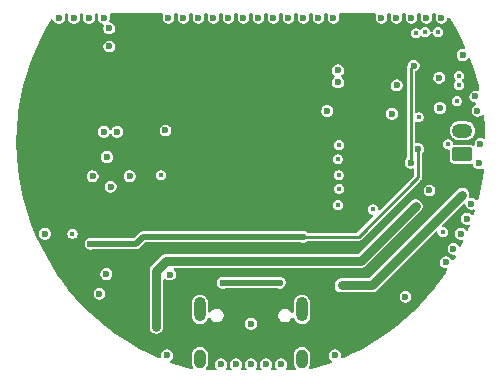
<source format=gbr>
%TF.GenerationSoftware,KiCad,Pcbnew,9.0.6*%
%TF.CreationDate,2026-01-06T14:18:23+01:00*%
%TF.ProjectId,EnviroLind,456e7669-726f-44c6-996e-642e6b696361,rev?*%
%TF.SameCoordinates,Original*%
%TF.FileFunction,Copper,L2,Inr*%
%TF.FilePolarity,Positive*%
%FSLAX46Y46*%
G04 Gerber Fmt 4.6, Leading zero omitted, Abs format (unit mm)*
G04 Created by KiCad (PCBNEW 9.0.6) date 2026-01-06 14:18:23*
%MOMM*%
%LPD*%
G01*
G04 APERTURE LIST*
G04 Aperture macros list*
%AMRoundRect*
0 Rectangle with rounded corners*
0 $1 Rounding radius*
0 $2 $3 $4 $5 $6 $7 $8 $9 X,Y pos of 4 corners*
0 Add a 4 corners polygon primitive as box body*
4,1,4,$2,$3,$4,$5,$6,$7,$8,$9,$2,$3,0*
0 Add four circle primitives for the rounded corners*
1,1,$1+$1,$2,$3*
1,1,$1+$1,$4,$5*
1,1,$1+$1,$6,$7*
1,1,$1+$1,$8,$9*
0 Add four rect primitives between the rounded corners*
20,1,$1+$1,$2,$3,$4,$5,0*
20,1,$1+$1,$4,$5,$6,$7,0*
20,1,$1+$1,$6,$7,$8,$9,0*
20,1,$1+$1,$8,$9,$2,$3,0*%
G04 Aperture macros list end*
%TA.AperFunction,HeatsinkPad*%
%ADD10O,1.000000X2.100000*%
%TD*%
%TA.AperFunction,HeatsinkPad*%
%ADD11O,1.000000X1.600000*%
%TD*%
%TA.AperFunction,ComponentPad*%
%ADD12RoundRect,0.250000X0.625000X-0.350000X0.625000X0.350000X-0.625000X0.350000X-0.625000X-0.350000X0*%
%TD*%
%TA.AperFunction,ComponentPad*%
%ADD13O,1.750000X1.200000*%
%TD*%
%TA.AperFunction,ViaPad*%
%ADD14C,0.600000*%
%TD*%
%TA.AperFunction,ViaPad*%
%ADD15C,0.450000*%
%TD*%
%TA.AperFunction,Conductor*%
%ADD16C,0.762000*%
%TD*%
%TA.AperFunction,Conductor*%
%ADD17C,0.254000*%
%TD*%
%TA.AperFunction,Conductor*%
%ADD18C,0.508000*%
%TD*%
G04 APERTURE END LIST*
D10*
%TO.N,GND*%
%TO.C,J1*%
X97276000Y-115754000D03*
D11*
X97276000Y-119934000D03*
D10*
X105916000Y-115754000D03*
D11*
X105916000Y-119934000D03*
%TD*%
D12*
%TO.N,VBAT*%
%TO.C,J3*%
X119507000Y-102616000D03*
D13*
%TO.N,GND*%
X119507000Y-100616000D03*
%TD*%
D14*
%TO.N,GND*%
X86614000Y-91059000D03*
X117535393Y-96134000D03*
X89154000Y-91059000D03*
X88773000Y-114427000D03*
X100965000Y-91059000D03*
X94488000Y-119634000D03*
X103505000Y-91059000D03*
X100330000Y-120396000D03*
X106045000Y-91059000D03*
X89611200Y-93472000D03*
X101600000Y-116967000D03*
X108712000Y-119634000D03*
X85344000Y-91059000D03*
X90271600Y-100711000D03*
X97155000Y-91059000D03*
X84150200Y-109347000D03*
X102235000Y-91059000D03*
X94361000Y-100584000D03*
X98425000Y-91059000D03*
X107315000Y-91059000D03*
X89357200Y-112750600D03*
X120269000Y-106807000D03*
X108585000Y-91059000D03*
X94742000Y-112795500D03*
X113944400Y-96774000D03*
X113919000Y-91059000D03*
X113538000Y-99187000D03*
X116459000Y-91059000D03*
X104140000Y-120396000D03*
X118110000Y-111760000D03*
X119380000Y-109347000D03*
X120904000Y-103378000D03*
X94615000Y-91059000D03*
X117729000Y-91059000D03*
X99695000Y-91059000D03*
X119888000Y-108077000D03*
X116713000Y-105664000D03*
X120604728Y-97721013D03*
X99060000Y-120396000D03*
X104775000Y-91059000D03*
X91338400Y-104470200D03*
X114681000Y-114681000D03*
X89408000Y-102844600D03*
X89712800Y-105359200D03*
X121031000Y-101727000D03*
X87884000Y-91059000D03*
X102870000Y-120396000D03*
X115189000Y-91059000D03*
X112649000Y-91059000D03*
X101600000Y-120396000D03*
X120777000Y-98933000D03*
X119532400Y-94208600D03*
X89154000Y-100711000D03*
X88188800Y-104470200D03*
X118745000Y-110617000D03*
X95885000Y-91059000D03*
%TO.N,+5V*%
X104622600Y-111633000D03*
X93599000Y-117221000D03*
X108610400Y-111633000D03*
X96901000Y-111633000D03*
X115544600Y-107010200D03*
%TO.N,+3.3V*%
X87757000Y-95885000D03*
X86868000Y-92549600D03*
X92828641Y-110486757D03*
X94107000Y-92964000D03*
X114477800Y-98298000D03*
X85064600Y-111937800D03*
X104267000Y-92329000D03*
X84201000Y-107950000D03*
X85598000Y-101092000D03*
X89789000Y-99441000D03*
X91059000Y-99441000D03*
X112395000Y-93646700D03*
%TO.N,+1V2*%
X115121400Y-103318600D03*
X115366800Y-95106200D03*
%TO.N,nRESET*%
X89585800Y-91948000D03*
D15*
%TO.N,BUTTON*%
X93980000Y-104394000D03*
X86487000Y-109347000D03*
%TO.N,CS_1*%
X109067200Y-101829000D03*
X119210200Y-95961200D03*
D14*
%TO.N,BOOT*%
X108051600Y-98958400D03*
D15*
%TO.N,CIPO*%
X119024400Y-98094800D03*
X109016800Y-104394000D03*
X115544600Y-92379800D03*
D14*
%TO.N,Net-(F1-Pad2)*%
X99212400Y-113487200D03*
X104038400Y-113487200D03*
D15*
%TO.N,COPI*%
X109067600Y-105537000D03*
X115787044Y-99480244D03*
X117424200Y-92278200D03*
%TO.N,SCK*%
X108966000Y-106908600D03*
X111937800Y-107289600D03*
X116357400Y-92278200D03*
D14*
X117602000Y-98704400D03*
%TO.N,TX*%
X108966000Y-95504000D03*
%TO.N,RX*%
X108966000Y-96520000D03*
D15*
%TO.N,CS_0*%
X108940600Y-103047800D03*
X119205431Y-96761186D03*
D14*
%TO.N,VCC*%
X106019600Y-109601000D03*
X88011000Y-110185200D03*
X115748400Y-102184200D03*
%TO.N,VBAT*%
X109270800Y-113715800D03*
X119507000Y-106045000D03*
D15*
%TO.N,STAT*%
X117845000Y-109209000D03*
X118279060Y-101772273D03*
%TD*%
D16*
%TO.N,+5V*%
X104622600Y-111633000D02*
X108610400Y-111633000D01*
X108610400Y-111633000D02*
X110921800Y-111633000D01*
X93599000Y-117221000D02*
X93599000Y-112471200D01*
X96901000Y-111633000D02*
X104622600Y-111633000D01*
X94437200Y-111633000D02*
X96901000Y-111633000D01*
X93599000Y-112471200D02*
X94437200Y-111633000D01*
X110921800Y-111633000D02*
X115544600Y-107010200D01*
D17*
%TO.N,+1V2*%
X115121400Y-99618800D02*
X115121400Y-103318600D01*
X115062000Y-103378000D02*
X115121400Y-103318600D01*
X115121400Y-95351600D02*
X115121400Y-99618800D01*
X115366800Y-95106200D02*
X115121400Y-95351600D01*
D18*
%TO.N,Net-(F1-Pad2)*%
X104038400Y-113487200D02*
X99212400Y-113487200D01*
D17*
%TO.N,VCC*%
X110718600Y-109601000D02*
X115748400Y-104571200D01*
X106019600Y-109601000D02*
X110718600Y-109601000D01*
D18*
X91871800Y-110185200D02*
X88011000Y-110185200D01*
D17*
X115748400Y-104571200D02*
X115748400Y-102184200D01*
D18*
X106019600Y-109601000D02*
X92456000Y-109601000D01*
X92456000Y-109601000D02*
X91871800Y-110185200D01*
D16*
%TO.N,VBAT*%
X111836200Y-113715800D02*
X119507000Y-106045000D01*
X109270800Y-113715800D02*
X111836200Y-113715800D01*
%TD*%
%TA.AperFunction,Conductor*%
%TO.N,+3.3V*%
G36*
X86095956Y-90715585D02*
G01*
X86141711Y-90768389D01*
X86151655Y-90837547D01*
X86146416Y-90856644D01*
X86146731Y-90856729D01*
X86144628Y-90864577D01*
X86144627Y-90864579D01*
X86110300Y-90992687D01*
X86110300Y-90992689D01*
X86110300Y-91125310D01*
X86110299Y-91125310D01*
X86144627Y-91253422D01*
X86144628Y-91253423D01*
X86210937Y-91368275D01*
X86210939Y-91368278D01*
X86210940Y-91368279D01*
X86304721Y-91462060D01*
X86419579Y-91528373D01*
X86547687Y-91562700D01*
X86547690Y-91562700D01*
X86680310Y-91562700D01*
X86680313Y-91562700D01*
X86808421Y-91528373D01*
X86923279Y-91462060D01*
X87017060Y-91368279D01*
X87083373Y-91253421D01*
X87117700Y-91125313D01*
X87117700Y-90992687D01*
X87083373Y-90864579D01*
X87083371Y-90864577D01*
X87081269Y-90856729D01*
X87083319Y-90856179D01*
X87081012Y-90834711D01*
X87076345Y-90802253D01*
X87077299Y-90800162D01*
X87077054Y-90797877D01*
X87091740Y-90768542D01*
X87105370Y-90738697D01*
X87107304Y-90737453D01*
X87108333Y-90735399D01*
X87136544Y-90718662D01*
X87164148Y-90700923D01*
X87167182Y-90700486D01*
X87168424Y-90699750D01*
X87199083Y-90695900D01*
X87298917Y-90695900D01*
X87365956Y-90715585D01*
X87411711Y-90768389D01*
X87421655Y-90837547D01*
X87416416Y-90856644D01*
X87416731Y-90856729D01*
X87414628Y-90864577D01*
X87414627Y-90864579D01*
X87380300Y-90992687D01*
X87380300Y-90992689D01*
X87380300Y-91125310D01*
X87380299Y-91125310D01*
X87414627Y-91253422D01*
X87414628Y-91253423D01*
X87480937Y-91368275D01*
X87480939Y-91368278D01*
X87480940Y-91368279D01*
X87574721Y-91462060D01*
X87689579Y-91528373D01*
X87817687Y-91562700D01*
X87817690Y-91562700D01*
X87950310Y-91562700D01*
X87950313Y-91562700D01*
X88078421Y-91528373D01*
X88193279Y-91462060D01*
X88287060Y-91368279D01*
X88353373Y-91253421D01*
X88387700Y-91125313D01*
X88387700Y-90992687D01*
X88353373Y-90864579D01*
X88353371Y-90864577D01*
X88351269Y-90856729D01*
X88353319Y-90856179D01*
X88351012Y-90834711D01*
X88346345Y-90802253D01*
X88347299Y-90800162D01*
X88347054Y-90797877D01*
X88361740Y-90768542D01*
X88375370Y-90738697D01*
X88377304Y-90737453D01*
X88378333Y-90735399D01*
X88406544Y-90718662D01*
X88434148Y-90700923D01*
X88437182Y-90700486D01*
X88438424Y-90699750D01*
X88469083Y-90695900D01*
X88568917Y-90695900D01*
X88635956Y-90715585D01*
X88681711Y-90768389D01*
X88691655Y-90837547D01*
X88686416Y-90856644D01*
X88686731Y-90856729D01*
X88684628Y-90864577D01*
X88684627Y-90864579D01*
X88650300Y-90992687D01*
X88650300Y-90992689D01*
X88650300Y-91125310D01*
X88650299Y-91125310D01*
X88684627Y-91253422D01*
X88684628Y-91253423D01*
X88750937Y-91368275D01*
X88750939Y-91368278D01*
X88750940Y-91368279D01*
X88844721Y-91462060D01*
X88959579Y-91528373D01*
X89051925Y-91553117D01*
X89111583Y-91589481D01*
X89142112Y-91652328D01*
X89133817Y-91721704D01*
X89127217Y-91734889D01*
X89116429Y-91753574D01*
X89116427Y-91753577D01*
X89099263Y-91817633D01*
X89082100Y-91881687D01*
X89082100Y-91881689D01*
X89082100Y-92014310D01*
X89082099Y-92014310D01*
X89116427Y-92142422D01*
X89116428Y-92142423D01*
X89182737Y-92257275D01*
X89182739Y-92257278D01*
X89182740Y-92257279D01*
X89276521Y-92351060D01*
X89276522Y-92351061D01*
X89276524Y-92351062D01*
X89333950Y-92384216D01*
X89391379Y-92417373D01*
X89519487Y-92451700D01*
X89519490Y-92451700D01*
X89652110Y-92451700D01*
X89652113Y-92451700D01*
X89780221Y-92417373D01*
X89895079Y-92351060D01*
X89922778Y-92323361D01*
X115115900Y-92323361D01*
X115115900Y-92436238D01*
X115145115Y-92545273D01*
X115163315Y-92576795D01*
X115201555Y-92643028D01*
X115281372Y-92722845D01*
X115379128Y-92779285D01*
X115488161Y-92808500D01*
X115488163Y-92808500D01*
X115601037Y-92808500D01*
X115601039Y-92808500D01*
X115710072Y-92779285D01*
X115807828Y-92722845D01*
X115887645Y-92643028D01*
X115890411Y-92638236D01*
X115940973Y-92590021D01*
X116009580Y-92576795D01*
X116074446Y-92602760D01*
X116085480Y-92612553D01*
X116094172Y-92621245D01*
X116191928Y-92677685D01*
X116300961Y-92706900D01*
X116300963Y-92706900D01*
X116413837Y-92706900D01*
X116413839Y-92706900D01*
X116522872Y-92677685D01*
X116620628Y-92621245D01*
X116700445Y-92541428D01*
X116756885Y-92443672D01*
X116771026Y-92390896D01*
X116807390Y-92331238D01*
X116870236Y-92300708D01*
X116939612Y-92309002D01*
X116993490Y-92353487D01*
X117010573Y-92390894D01*
X117017668Y-92417371D01*
X117024715Y-92443673D01*
X117052935Y-92492550D01*
X117081155Y-92541428D01*
X117160972Y-92621245D01*
X117258728Y-92677685D01*
X117367761Y-92706900D01*
X117367763Y-92706900D01*
X117480637Y-92706900D01*
X117480639Y-92706900D01*
X117589672Y-92677685D01*
X117687428Y-92621245D01*
X117767245Y-92541428D01*
X117823685Y-92443672D01*
X117852900Y-92334639D01*
X117852900Y-92221761D01*
X117823685Y-92112728D01*
X117767245Y-92014972D01*
X117687428Y-91935155D01*
X117638550Y-91906935D01*
X117589673Y-91878715D01*
X117535155Y-91864107D01*
X117480639Y-91849500D01*
X117367761Y-91849500D01*
X117258726Y-91878715D01*
X117160972Y-91935155D01*
X117160969Y-91935157D01*
X117081157Y-92014969D01*
X117081155Y-92014972D01*
X117024715Y-92112727D01*
X117010575Y-92165501D01*
X116974210Y-92225162D01*
X116911363Y-92255691D01*
X116841988Y-92247396D01*
X116788110Y-92202911D01*
X116771025Y-92165501D01*
X116756885Y-92112728D01*
X116700445Y-92014972D01*
X116620628Y-91935155D01*
X116571750Y-91906935D01*
X116522873Y-91878715D01*
X116468355Y-91864107D01*
X116413839Y-91849500D01*
X116300961Y-91849500D01*
X116191926Y-91878715D01*
X116094172Y-91935155D01*
X116094169Y-91935157D01*
X116014357Y-92014969D01*
X116014350Y-92014978D01*
X116011584Y-92019770D01*
X115961015Y-92067983D01*
X115892407Y-92081203D01*
X115827543Y-92055232D01*
X115816519Y-92045446D01*
X115807830Y-92036757D01*
X115807828Y-92036755D01*
X115758950Y-92008535D01*
X115710073Y-91980315D01*
X115650381Y-91964321D01*
X115601039Y-91951100D01*
X115488161Y-91951100D01*
X115379126Y-91980315D01*
X115281372Y-92036755D01*
X115281369Y-92036757D01*
X115201557Y-92116569D01*
X115201555Y-92116572D01*
X115145115Y-92214326D01*
X115115900Y-92323361D01*
X89922778Y-92323361D01*
X89988860Y-92257279D01*
X90055173Y-92142421D01*
X90089500Y-92014313D01*
X90089500Y-91881687D01*
X90055173Y-91753579D01*
X89988860Y-91638721D01*
X89895079Y-91544940D01*
X89895078Y-91544939D01*
X89895075Y-91544937D01*
X89780223Y-91478628D01*
X89780222Y-91478627D01*
X89724402Y-91463670D01*
X89687875Y-91453882D01*
X89628215Y-91417517D01*
X89597687Y-91354670D01*
X89605982Y-91285294D01*
X89612579Y-91272115D01*
X89623373Y-91253421D01*
X89657700Y-91125313D01*
X89657700Y-90992687D01*
X89623373Y-90864579D01*
X89623371Y-90864577D01*
X89621269Y-90856729D01*
X89623319Y-90856179D01*
X89617054Y-90797877D01*
X89648333Y-90735399D01*
X89708424Y-90699750D01*
X89739083Y-90695900D01*
X94029917Y-90695900D01*
X94096956Y-90715585D01*
X94142711Y-90768389D01*
X94152655Y-90837547D01*
X94147416Y-90856644D01*
X94147731Y-90856729D01*
X94145628Y-90864577D01*
X94145627Y-90864579D01*
X94111300Y-90992687D01*
X94111300Y-90992689D01*
X94111300Y-91125310D01*
X94111299Y-91125310D01*
X94145627Y-91253422D01*
X94145628Y-91253423D01*
X94211937Y-91368275D01*
X94211939Y-91368278D01*
X94211940Y-91368279D01*
X94305721Y-91462060D01*
X94420579Y-91528373D01*
X94548687Y-91562700D01*
X94548690Y-91562700D01*
X94681310Y-91562700D01*
X94681313Y-91562700D01*
X94809421Y-91528373D01*
X94924279Y-91462060D01*
X95018060Y-91368279D01*
X95084373Y-91253421D01*
X95118700Y-91125313D01*
X95118700Y-90992687D01*
X95084373Y-90864579D01*
X95084371Y-90864577D01*
X95082269Y-90856729D01*
X95084319Y-90856179D01*
X95082012Y-90834711D01*
X95077345Y-90802253D01*
X95078299Y-90800162D01*
X95078054Y-90797877D01*
X95092740Y-90768542D01*
X95106370Y-90738697D01*
X95108304Y-90737453D01*
X95109333Y-90735399D01*
X95137544Y-90718662D01*
X95165148Y-90700923D01*
X95168182Y-90700486D01*
X95169424Y-90699750D01*
X95200083Y-90695900D01*
X95299917Y-90695900D01*
X95366956Y-90715585D01*
X95412711Y-90768389D01*
X95422655Y-90837547D01*
X95417416Y-90856644D01*
X95417731Y-90856729D01*
X95415628Y-90864577D01*
X95415627Y-90864579D01*
X95381300Y-90992687D01*
X95381300Y-90992689D01*
X95381300Y-91125310D01*
X95381299Y-91125310D01*
X95415627Y-91253422D01*
X95415628Y-91253423D01*
X95481937Y-91368275D01*
X95481939Y-91368278D01*
X95481940Y-91368279D01*
X95575721Y-91462060D01*
X95690579Y-91528373D01*
X95818687Y-91562700D01*
X95818690Y-91562700D01*
X95951310Y-91562700D01*
X95951313Y-91562700D01*
X96079421Y-91528373D01*
X96194279Y-91462060D01*
X96288060Y-91368279D01*
X96354373Y-91253421D01*
X96388700Y-91125313D01*
X96388700Y-90992687D01*
X96354373Y-90864579D01*
X96354371Y-90864577D01*
X96352269Y-90856729D01*
X96354319Y-90856179D01*
X96352012Y-90834711D01*
X96347345Y-90802253D01*
X96348299Y-90800162D01*
X96348054Y-90797877D01*
X96362740Y-90768542D01*
X96376370Y-90738697D01*
X96378304Y-90737453D01*
X96379333Y-90735399D01*
X96407544Y-90718662D01*
X96435148Y-90700923D01*
X96438182Y-90700486D01*
X96439424Y-90699750D01*
X96470083Y-90695900D01*
X96569917Y-90695900D01*
X96636956Y-90715585D01*
X96682711Y-90768389D01*
X96692655Y-90837547D01*
X96687416Y-90856644D01*
X96687731Y-90856729D01*
X96685628Y-90864577D01*
X96685627Y-90864579D01*
X96651300Y-90992687D01*
X96651300Y-90992689D01*
X96651300Y-91125310D01*
X96651299Y-91125310D01*
X96685627Y-91253422D01*
X96685628Y-91253423D01*
X96751937Y-91368275D01*
X96751939Y-91368278D01*
X96751940Y-91368279D01*
X96845721Y-91462060D01*
X96960579Y-91528373D01*
X97088687Y-91562700D01*
X97088690Y-91562700D01*
X97221310Y-91562700D01*
X97221313Y-91562700D01*
X97349421Y-91528373D01*
X97464279Y-91462060D01*
X97558060Y-91368279D01*
X97624373Y-91253421D01*
X97658700Y-91125313D01*
X97658700Y-90992687D01*
X97624373Y-90864579D01*
X97624371Y-90864577D01*
X97622269Y-90856729D01*
X97624319Y-90856179D01*
X97622012Y-90834711D01*
X97617345Y-90802253D01*
X97618299Y-90800162D01*
X97618054Y-90797877D01*
X97632740Y-90768542D01*
X97646370Y-90738697D01*
X97648304Y-90737453D01*
X97649333Y-90735399D01*
X97677544Y-90718662D01*
X97705148Y-90700923D01*
X97708182Y-90700486D01*
X97709424Y-90699750D01*
X97740083Y-90695900D01*
X97839917Y-90695900D01*
X97906956Y-90715585D01*
X97952711Y-90768389D01*
X97962655Y-90837547D01*
X97957416Y-90856644D01*
X97957731Y-90856729D01*
X97955628Y-90864577D01*
X97955627Y-90864579D01*
X97921300Y-90992687D01*
X97921300Y-90992689D01*
X97921300Y-91125310D01*
X97921299Y-91125310D01*
X97955627Y-91253422D01*
X97955628Y-91253423D01*
X98021937Y-91368275D01*
X98021939Y-91368278D01*
X98021940Y-91368279D01*
X98115721Y-91462060D01*
X98230579Y-91528373D01*
X98358687Y-91562700D01*
X98358690Y-91562700D01*
X98491310Y-91562700D01*
X98491313Y-91562700D01*
X98619421Y-91528373D01*
X98734279Y-91462060D01*
X98828060Y-91368279D01*
X98894373Y-91253421D01*
X98928700Y-91125313D01*
X98928700Y-90992687D01*
X98894373Y-90864579D01*
X98894371Y-90864577D01*
X98892269Y-90856729D01*
X98894319Y-90856179D01*
X98892012Y-90834711D01*
X98887345Y-90802253D01*
X98888299Y-90800162D01*
X98888054Y-90797877D01*
X98902740Y-90768542D01*
X98916370Y-90738697D01*
X98918304Y-90737453D01*
X98919333Y-90735399D01*
X98947544Y-90718662D01*
X98975148Y-90700923D01*
X98978182Y-90700486D01*
X98979424Y-90699750D01*
X99010083Y-90695900D01*
X99109917Y-90695900D01*
X99176956Y-90715585D01*
X99222711Y-90768389D01*
X99232655Y-90837547D01*
X99227416Y-90856644D01*
X99227731Y-90856729D01*
X99225628Y-90864577D01*
X99225627Y-90864579D01*
X99191300Y-90992687D01*
X99191300Y-90992689D01*
X99191300Y-91125310D01*
X99191299Y-91125310D01*
X99225627Y-91253422D01*
X99225628Y-91253423D01*
X99291937Y-91368275D01*
X99291939Y-91368278D01*
X99291940Y-91368279D01*
X99385721Y-91462060D01*
X99500579Y-91528373D01*
X99628687Y-91562700D01*
X99628690Y-91562700D01*
X99761310Y-91562700D01*
X99761313Y-91562700D01*
X99889421Y-91528373D01*
X100004279Y-91462060D01*
X100098060Y-91368279D01*
X100164373Y-91253421D01*
X100198700Y-91125313D01*
X100198700Y-90992687D01*
X100164373Y-90864579D01*
X100164371Y-90864577D01*
X100162269Y-90856729D01*
X100164319Y-90856179D01*
X100162012Y-90834711D01*
X100157345Y-90802253D01*
X100158299Y-90800162D01*
X100158054Y-90797877D01*
X100172740Y-90768542D01*
X100186370Y-90738697D01*
X100188304Y-90737453D01*
X100189333Y-90735399D01*
X100217544Y-90718662D01*
X100245148Y-90700923D01*
X100248182Y-90700486D01*
X100249424Y-90699750D01*
X100280083Y-90695900D01*
X100379917Y-90695900D01*
X100446956Y-90715585D01*
X100492711Y-90768389D01*
X100502655Y-90837547D01*
X100497416Y-90856644D01*
X100497731Y-90856729D01*
X100495628Y-90864577D01*
X100495627Y-90864579D01*
X100461300Y-90992687D01*
X100461300Y-90992689D01*
X100461300Y-91125310D01*
X100461299Y-91125310D01*
X100495627Y-91253422D01*
X100495628Y-91253423D01*
X100561937Y-91368275D01*
X100561939Y-91368278D01*
X100561940Y-91368279D01*
X100655721Y-91462060D01*
X100770579Y-91528373D01*
X100898687Y-91562700D01*
X100898690Y-91562700D01*
X101031310Y-91562700D01*
X101031313Y-91562700D01*
X101159421Y-91528373D01*
X101274279Y-91462060D01*
X101368060Y-91368279D01*
X101434373Y-91253421D01*
X101468700Y-91125313D01*
X101468700Y-90992687D01*
X101434373Y-90864579D01*
X101434371Y-90864577D01*
X101432269Y-90856729D01*
X101434319Y-90856179D01*
X101432012Y-90834711D01*
X101427345Y-90802253D01*
X101428299Y-90800162D01*
X101428054Y-90797877D01*
X101442740Y-90768542D01*
X101456370Y-90738697D01*
X101458304Y-90737453D01*
X101459333Y-90735399D01*
X101487544Y-90718662D01*
X101515148Y-90700923D01*
X101518182Y-90700486D01*
X101519424Y-90699750D01*
X101550083Y-90695900D01*
X101649917Y-90695900D01*
X101716956Y-90715585D01*
X101762711Y-90768389D01*
X101772655Y-90837547D01*
X101767416Y-90856644D01*
X101767731Y-90856729D01*
X101765628Y-90864577D01*
X101765627Y-90864579D01*
X101731300Y-90992687D01*
X101731300Y-90992689D01*
X101731300Y-91125310D01*
X101731299Y-91125310D01*
X101765627Y-91253422D01*
X101765628Y-91253423D01*
X101831937Y-91368275D01*
X101831939Y-91368278D01*
X101831940Y-91368279D01*
X101925721Y-91462060D01*
X102040579Y-91528373D01*
X102168687Y-91562700D01*
X102168690Y-91562700D01*
X102301310Y-91562700D01*
X102301313Y-91562700D01*
X102429421Y-91528373D01*
X102544279Y-91462060D01*
X102638060Y-91368279D01*
X102704373Y-91253421D01*
X102738700Y-91125313D01*
X102738700Y-90992687D01*
X102704373Y-90864579D01*
X102704371Y-90864577D01*
X102702269Y-90856729D01*
X102704319Y-90856179D01*
X102702012Y-90834711D01*
X102697345Y-90802253D01*
X102698299Y-90800162D01*
X102698054Y-90797877D01*
X102712740Y-90768542D01*
X102726370Y-90738697D01*
X102728304Y-90737453D01*
X102729333Y-90735399D01*
X102757544Y-90718662D01*
X102785148Y-90700923D01*
X102788182Y-90700486D01*
X102789424Y-90699750D01*
X102820083Y-90695900D01*
X102919917Y-90695900D01*
X102986956Y-90715585D01*
X103032711Y-90768389D01*
X103042655Y-90837547D01*
X103037416Y-90856644D01*
X103037731Y-90856729D01*
X103035628Y-90864577D01*
X103035627Y-90864579D01*
X103001300Y-90992687D01*
X103001300Y-90992689D01*
X103001300Y-91125310D01*
X103001299Y-91125310D01*
X103035627Y-91253422D01*
X103035628Y-91253423D01*
X103101937Y-91368275D01*
X103101939Y-91368278D01*
X103101940Y-91368279D01*
X103195721Y-91462060D01*
X103310579Y-91528373D01*
X103438687Y-91562700D01*
X103438690Y-91562700D01*
X103571310Y-91562700D01*
X103571313Y-91562700D01*
X103699421Y-91528373D01*
X103814279Y-91462060D01*
X103908060Y-91368279D01*
X103974373Y-91253421D01*
X104008700Y-91125313D01*
X104008700Y-90992687D01*
X103974373Y-90864579D01*
X103974371Y-90864577D01*
X103972269Y-90856729D01*
X103974319Y-90856179D01*
X103972012Y-90834711D01*
X103967345Y-90802253D01*
X103968299Y-90800162D01*
X103968054Y-90797877D01*
X103982740Y-90768542D01*
X103996370Y-90738697D01*
X103998304Y-90737453D01*
X103999333Y-90735399D01*
X104027544Y-90718662D01*
X104055148Y-90700923D01*
X104058182Y-90700486D01*
X104059424Y-90699750D01*
X104090083Y-90695900D01*
X104189917Y-90695900D01*
X104256956Y-90715585D01*
X104302711Y-90768389D01*
X104312655Y-90837547D01*
X104307416Y-90856644D01*
X104307731Y-90856729D01*
X104305628Y-90864577D01*
X104305627Y-90864579D01*
X104271300Y-90992687D01*
X104271300Y-90992689D01*
X104271300Y-91125310D01*
X104271299Y-91125310D01*
X104305627Y-91253422D01*
X104305628Y-91253423D01*
X104371937Y-91368275D01*
X104371939Y-91368278D01*
X104371940Y-91368279D01*
X104465721Y-91462060D01*
X104580579Y-91528373D01*
X104708687Y-91562700D01*
X104708690Y-91562700D01*
X104841310Y-91562700D01*
X104841313Y-91562700D01*
X104969421Y-91528373D01*
X105084279Y-91462060D01*
X105178060Y-91368279D01*
X105244373Y-91253421D01*
X105278700Y-91125313D01*
X105278700Y-90992687D01*
X105244373Y-90864579D01*
X105244371Y-90864577D01*
X105242269Y-90856729D01*
X105244319Y-90856179D01*
X105242012Y-90834711D01*
X105237345Y-90802253D01*
X105238299Y-90800162D01*
X105238054Y-90797877D01*
X105252740Y-90768542D01*
X105266370Y-90738697D01*
X105268304Y-90737453D01*
X105269333Y-90735399D01*
X105297544Y-90718662D01*
X105325148Y-90700923D01*
X105328182Y-90700486D01*
X105329424Y-90699750D01*
X105360083Y-90695900D01*
X105459917Y-90695900D01*
X105526956Y-90715585D01*
X105572711Y-90768389D01*
X105582655Y-90837547D01*
X105577416Y-90856644D01*
X105577731Y-90856729D01*
X105575628Y-90864577D01*
X105575627Y-90864579D01*
X105541300Y-90992687D01*
X105541300Y-90992689D01*
X105541300Y-91125310D01*
X105541299Y-91125310D01*
X105575627Y-91253422D01*
X105575628Y-91253423D01*
X105641937Y-91368275D01*
X105641939Y-91368278D01*
X105641940Y-91368279D01*
X105735721Y-91462060D01*
X105850579Y-91528373D01*
X105978687Y-91562700D01*
X105978690Y-91562700D01*
X106111310Y-91562700D01*
X106111313Y-91562700D01*
X106239421Y-91528373D01*
X106354279Y-91462060D01*
X106448060Y-91368279D01*
X106514373Y-91253421D01*
X106548700Y-91125313D01*
X106548700Y-90992687D01*
X106514373Y-90864579D01*
X106514371Y-90864577D01*
X106512269Y-90856729D01*
X106514319Y-90856179D01*
X106512012Y-90834711D01*
X106507345Y-90802253D01*
X106508299Y-90800162D01*
X106508054Y-90797877D01*
X106522740Y-90768542D01*
X106536370Y-90738697D01*
X106538304Y-90737453D01*
X106539333Y-90735399D01*
X106567544Y-90718662D01*
X106595148Y-90700923D01*
X106598182Y-90700486D01*
X106599424Y-90699750D01*
X106630083Y-90695900D01*
X106729917Y-90695900D01*
X106796956Y-90715585D01*
X106842711Y-90768389D01*
X106852655Y-90837547D01*
X106847416Y-90856644D01*
X106847731Y-90856729D01*
X106845628Y-90864577D01*
X106845627Y-90864579D01*
X106811300Y-90992687D01*
X106811300Y-90992689D01*
X106811300Y-91125310D01*
X106811299Y-91125310D01*
X106845627Y-91253422D01*
X106845628Y-91253423D01*
X106911937Y-91368275D01*
X106911939Y-91368278D01*
X106911940Y-91368279D01*
X107005721Y-91462060D01*
X107120579Y-91528373D01*
X107248687Y-91562700D01*
X107248690Y-91562700D01*
X107381310Y-91562700D01*
X107381313Y-91562700D01*
X107509421Y-91528373D01*
X107624279Y-91462060D01*
X107718060Y-91368279D01*
X107784373Y-91253421D01*
X107818700Y-91125313D01*
X107818700Y-90992687D01*
X107784373Y-90864579D01*
X107784371Y-90864577D01*
X107782269Y-90856729D01*
X107784319Y-90856179D01*
X107782012Y-90834711D01*
X107777345Y-90802253D01*
X107778299Y-90800162D01*
X107778054Y-90797877D01*
X107792740Y-90768542D01*
X107806370Y-90738697D01*
X107808304Y-90737453D01*
X107809333Y-90735399D01*
X107837544Y-90718662D01*
X107865148Y-90700923D01*
X107868182Y-90700486D01*
X107869424Y-90699750D01*
X107900083Y-90695900D01*
X107999917Y-90695900D01*
X108066956Y-90715585D01*
X108112711Y-90768389D01*
X108122655Y-90837547D01*
X108117416Y-90856644D01*
X108117731Y-90856729D01*
X108115628Y-90864577D01*
X108115627Y-90864579D01*
X108081300Y-90992687D01*
X108081300Y-90992689D01*
X108081300Y-91125310D01*
X108081299Y-91125310D01*
X108115627Y-91253422D01*
X108115628Y-91253423D01*
X108181937Y-91368275D01*
X108181939Y-91368278D01*
X108181940Y-91368279D01*
X108275721Y-91462060D01*
X108390579Y-91528373D01*
X108518687Y-91562700D01*
X108518690Y-91562700D01*
X108651310Y-91562700D01*
X108651313Y-91562700D01*
X108779421Y-91528373D01*
X108894279Y-91462060D01*
X108988060Y-91368279D01*
X109054373Y-91253421D01*
X109088700Y-91125313D01*
X109088700Y-90992687D01*
X109054373Y-90864579D01*
X109054371Y-90864577D01*
X109052269Y-90856729D01*
X109054319Y-90856179D01*
X109048054Y-90797877D01*
X109079333Y-90735399D01*
X109139424Y-90699750D01*
X109170083Y-90695900D01*
X112063917Y-90695900D01*
X112130956Y-90715585D01*
X112176711Y-90768389D01*
X112186655Y-90837547D01*
X112181416Y-90856644D01*
X112181731Y-90856729D01*
X112179628Y-90864577D01*
X112179627Y-90864579D01*
X112145300Y-90992687D01*
X112145300Y-90992689D01*
X112145300Y-91125310D01*
X112145299Y-91125310D01*
X112179627Y-91253422D01*
X112179628Y-91253423D01*
X112245937Y-91368275D01*
X112245939Y-91368278D01*
X112245940Y-91368279D01*
X112339721Y-91462060D01*
X112454579Y-91528373D01*
X112582687Y-91562700D01*
X112582690Y-91562700D01*
X112715310Y-91562700D01*
X112715313Y-91562700D01*
X112843421Y-91528373D01*
X112958279Y-91462060D01*
X113052060Y-91368279D01*
X113118373Y-91253421D01*
X113152700Y-91125313D01*
X113152700Y-90992687D01*
X113118373Y-90864579D01*
X113118371Y-90864577D01*
X113116269Y-90856729D01*
X113118319Y-90856179D01*
X113116012Y-90834711D01*
X113111345Y-90802253D01*
X113112299Y-90800162D01*
X113112054Y-90797877D01*
X113126740Y-90768542D01*
X113140370Y-90738697D01*
X113142304Y-90737453D01*
X113143333Y-90735399D01*
X113171544Y-90718662D01*
X113199148Y-90700923D01*
X113202182Y-90700486D01*
X113203424Y-90699750D01*
X113234083Y-90695900D01*
X113333917Y-90695900D01*
X113400956Y-90715585D01*
X113446711Y-90768389D01*
X113456655Y-90837547D01*
X113451416Y-90856644D01*
X113451731Y-90856729D01*
X113449628Y-90864577D01*
X113449627Y-90864579D01*
X113415300Y-90992687D01*
X113415300Y-90992689D01*
X113415300Y-91125310D01*
X113415299Y-91125310D01*
X113449627Y-91253422D01*
X113449628Y-91253423D01*
X113515937Y-91368275D01*
X113515939Y-91368278D01*
X113515940Y-91368279D01*
X113609721Y-91462060D01*
X113724579Y-91528373D01*
X113852687Y-91562700D01*
X113852690Y-91562700D01*
X113985310Y-91562700D01*
X113985313Y-91562700D01*
X114113421Y-91528373D01*
X114228279Y-91462060D01*
X114322060Y-91368279D01*
X114388373Y-91253421D01*
X114422700Y-91125313D01*
X114422700Y-90992687D01*
X114388373Y-90864579D01*
X114388371Y-90864577D01*
X114386269Y-90856729D01*
X114388319Y-90856179D01*
X114386012Y-90834711D01*
X114381345Y-90802253D01*
X114382299Y-90800162D01*
X114382054Y-90797877D01*
X114396740Y-90768542D01*
X114410370Y-90738697D01*
X114412304Y-90737453D01*
X114413333Y-90735399D01*
X114441544Y-90718662D01*
X114469148Y-90700923D01*
X114472182Y-90700486D01*
X114473424Y-90699750D01*
X114504083Y-90695900D01*
X114603917Y-90695900D01*
X114670956Y-90715585D01*
X114716711Y-90768389D01*
X114726655Y-90837547D01*
X114721416Y-90856644D01*
X114721731Y-90856729D01*
X114719628Y-90864577D01*
X114719627Y-90864579D01*
X114685300Y-90992687D01*
X114685300Y-90992689D01*
X114685300Y-91125310D01*
X114685299Y-91125310D01*
X114719627Y-91253422D01*
X114719628Y-91253423D01*
X114785937Y-91368275D01*
X114785939Y-91368278D01*
X114785940Y-91368279D01*
X114879721Y-91462060D01*
X114994579Y-91528373D01*
X115122687Y-91562700D01*
X115122690Y-91562700D01*
X115255310Y-91562700D01*
X115255313Y-91562700D01*
X115383421Y-91528373D01*
X115498279Y-91462060D01*
X115592060Y-91368279D01*
X115658373Y-91253421D01*
X115692700Y-91125313D01*
X115692700Y-90992687D01*
X115658373Y-90864579D01*
X115658371Y-90864577D01*
X115656269Y-90856729D01*
X115658319Y-90856179D01*
X115656012Y-90834711D01*
X115651345Y-90802253D01*
X115652299Y-90800162D01*
X115652054Y-90797877D01*
X115666740Y-90768542D01*
X115680370Y-90738697D01*
X115682304Y-90737453D01*
X115683333Y-90735399D01*
X115711544Y-90718662D01*
X115739148Y-90700923D01*
X115742182Y-90700486D01*
X115743424Y-90699750D01*
X115774083Y-90695900D01*
X115873917Y-90695900D01*
X115940956Y-90715585D01*
X115986711Y-90768389D01*
X115996655Y-90837547D01*
X115991416Y-90856644D01*
X115991731Y-90856729D01*
X115989628Y-90864577D01*
X115989627Y-90864579D01*
X115955300Y-90992687D01*
X115955300Y-90992689D01*
X115955300Y-91125310D01*
X115955299Y-91125310D01*
X115989627Y-91253422D01*
X115989628Y-91253423D01*
X116055937Y-91368275D01*
X116055939Y-91368278D01*
X116055940Y-91368279D01*
X116149721Y-91462060D01*
X116264579Y-91528373D01*
X116392687Y-91562700D01*
X116392690Y-91562700D01*
X116525310Y-91562700D01*
X116525313Y-91562700D01*
X116653421Y-91528373D01*
X116768279Y-91462060D01*
X116862060Y-91368279D01*
X116928373Y-91253421D01*
X116962700Y-91125313D01*
X116962700Y-90992687D01*
X116928373Y-90864579D01*
X116928371Y-90864577D01*
X116926269Y-90856729D01*
X116928319Y-90856179D01*
X116926012Y-90834711D01*
X116921345Y-90802253D01*
X116922299Y-90800162D01*
X116922054Y-90797877D01*
X116936740Y-90768542D01*
X116950370Y-90738697D01*
X116952304Y-90737453D01*
X116953333Y-90735399D01*
X116981544Y-90718662D01*
X117009148Y-90700923D01*
X117012182Y-90700486D01*
X117013424Y-90699750D01*
X117044083Y-90695900D01*
X117143917Y-90695900D01*
X117210956Y-90715585D01*
X117256711Y-90768389D01*
X117266655Y-90837547D01*
X117261416Y-90856644D01*
X117261731Y-90856729D01*
X117259628Y-90864577D01*
X117259627Y-90864579D01*
X117225300Y-90992687D01*
X117225300Y-90992689D01*
X117225300Y-91125310D01*
X117225299Y-91125310D01*
X117259627Y-91253422D01*
X117259628Y-91253423D01*
X117325937Y-91368275D01*
X117325939Y-91368278D01*
X117325940Y-91368279D01*
X117419721Y-91462060D01*
X117534579Y-91528373D01*
X117662687Y-91562700D01*
X117662690Y-91562700D01*
X117795310Y-91562700D01*
X117795313Y-91562700D01*
X117923421Y-91528373D01*
X118038279Y-91462060D01*
X118132060Y-91368279D01*
X118198373Y-91253421D01*
X118229888Y-91135806D01*
X118239871Y-91119427D01*
X118245251Y-91101011D01*
X118257680Y-91090210D01*
X118266251Y-91076149D01*
X118283509Y-91067765D01*
X118297990Y-91055182D01*
X118314285Y-91052815D01*
X118329098Y-91045620D01*
X118348146Y-91047897D01*
X118367134Y-91045140D01*
X118382124Y-91051960D01*
X118398473Y-91053915D01*
X118413265Y-91066128D01*
X118430731Y-91074075D01*
X118450643Y-91096989D01*
X118452351Y-91098400D01*
X118453881Y-91100716D01*
X118522065Y-91206483D01*
X118524915Y-91211123D01*
X118962100Y-91959512D01*
X118964743Y-91964274D01*
X119368636Y-92731117D01*
X119371067Y-92735989D01*
X119405279Y-92808499D01*
X119740908Y-93519841D01*
X119743110Y-93524786D01*
X119748707Y-93538139D01*
X119756468Y-93607576D01*
X119725457Y-93670187D01*
X119665519Y-93706092D01*
X119606780Y-93705866D01*
X119606768Y-93705961D01*
X119606027Y-93705863D01*
X119602255Y-93705849D01*
X119598715Y-93704900D01*
X119598713Y-93704900D01*
X119466087Y-93704900D01*
X119389222Y-93725496D01*
X119337977Y-93739227D01*
X119337976Y-93739228D01*
X119223124Y-93805537D01*
X119223119Y-93805541D01*
X119129341Y-93899319D01*
X119129337Y-93899324D01*
X119063028Y-94014176D01*
X119063027Y-94014177D01*
X119045863Y-94078233D01*
X119028700Y-94142287D01*
X119028700Y-94142289D01*
X119028700Y-94274910D01*
X119028699Y-94274910D01*
X119063027Y-94403022D01*
X119063028Y-94403023D01*
X119129337Y-94517875D01*
X119129339Y-94517878D01*
X119129340Y-94517879D01*
X119223121Y-94611660D01*
X119337979Y-94677973D01*
X119466087Y-94712300D01*
X119466090Y-94712300D01*
X119598710Y-94712300D01*
X119598713Y-94712300D01*
X119726821Y-94677973D01*
X119841679Y-94611660D01*
X119935460Y-94517879D01*
X119935463Y-94517872D01*
X119940410Y-94511428D01*
X119942096Y-94512722D01*
X119984508Y-94472270D01*
X120053113Y-94459035D01*
X120117982Y-94484992D01*
X120157701Y-94539606D01*
X120379811Y-95142432D01*
X120381581Y-95147582D01*
X120645229Y-95973210D01*
X120646771Y-95978432D01*
X120873917Y-96814853D01*
X120875228Y-96820139D01*
X120938392Y-97100948D01*
X120933900Y-97170673D01*
X120892424Y-97226900D01*
X120827133Y-97251779D01*
X120785322Y-97247935D01*
X120671041Y-97217313D01*
X120538415Y-97217313D01*
X120461550Y-97237909D01*
X120410305Y-97251640D01*
X120410304Y-97251641D01*
X120295452Y-97317950D01*
X120295447Y-97317954D01*
X120201669Y-97411732D01*
X120201665Y-97411737D01*
X120135356Y-97526589D01*
X120135355Y-97526590D01*
X120118191Y-97590646D01*
X120101028Y-97654700D01*
X120101028Y-97654702D01*
X120101028Y-97787323D01*
X120101027Y-97787323D01*
X120135355Y-97915435D01*
X120135356Y-97915436D01*
X120201665Y-98030288D01*
X120201667Y-98030291D01*
X120201668Y-98030292D01*
X120295449Y-98124073D01*
X120410307Y-98190386D01*
X120538415Y-98224713D01*
X120538417Y-98224713D01*
X120546475Y-98225774D01*
X120546218Y-98227719D01*
X120603018Y-98244398D01*
X120648773Y-98297202D01*
X120658717Y-98366360D01*
X120629692Y-98429916D01*
X120589311Y-98459032D01*
X120589618Y-98459563D01*
X120584394Y-98462578D01*
X120583429Y-98463275D01*
X120582578Y-98463627D01*
X120467724Y-98529937D01*
X120467719Y-98529941D01*
X120373941Y-98623719D01*
X120373937Y-98623724D01*
X120307628Y-98738576D01*
X120307627Y-98738577D01*
X120295473Y-98783937D01*
X120273300Y-98866687D01*
X120273300Y-98866689D01*
X120273300Y-98999310D01*
X120273299Y-98999310D01*
X120307627Y-99127422D01*
X120307628Y-99127423D01*
X120373937Y-99242275D01*
X120373939Y-99242278D01*
X120373940Y-99242279D01*
X120467721Y-99336060D01*
X120582579Y-99402373D01*
X120710687Y-99436700D01*
X120710690Y-99436700D01*
X120843310Y-99436700D01*
X120843313Y-99436700D01*
X120971421Y-99402373D01*
X121086279Y-99336060D01*
X121122586Y-99299752D01*
X121134913Y-99293021D01*
X121144213Y-99282491D01*
X121164969Y-99276608D01*
X121183906Y-99266268D01*
X121197920Y-99267270D01*
X121211435Y-99263440D01*
X121232077Y-99269712D01*
X121253598Y-99271252D01*
X121264843Y-99279670D01*
X121278286Y-99283755D01*
X121292260Y-99300193D01*
X121309532Y-99313122D01*
X121315346Y-99327349D01*
X121323541Y-99336988D01*
X121333165Y-99370945D01*
X121335524Y-99388527D01*
X121336129Y-99393934D01*
X121413590Y-100257185D01*
X121413957Y-100262618D01*
X121453440Y-101128401D01*
X121453569Y-101133845D01*
X121453636Y-101174407D01*
X121434062Y-101241479D01*
X121381334Y-101287321D01*
X121312192Y-101297379D01*
X121267637Y-101282000D01*
X121225421Y-101257627D01*
X121225422Y-101257627D01*
X121193394Y-101249045D01*
X121097313Y-101223300D01*
X120964687Y-101223300D01*
X120887822Y-101243896D01*
X120836577Y-101257627D01*
X120836576Y-101257628D01*
X120721724Y-101323937D01*
X120721719Y-101323941D01*
X120627941Y-101417719D01*
X120627937Y-101417724D01*
X120561628Y-101532576D01*
X120561627Y-101532577D01*
X120552733Y-101565772D01*
X120527300Y-101660687D01*
X120527300Y-101660689D01*
X120527300Y-101750168D01*
X120507615Y-101817207D01*
X120454811Y-101862962D01*
X120385653Y-101872906D01*
X120355299Y-101863032D01*
X120355166Y-101863415D01*
X120217302Y-101815173D01*
X120186657Y-101812300D01*
X118828756Y-101812300D01*
X118761717Y-101792615D01*
X118715962Y-101739811D01*
X118708981Y-101720393D01*
X118707760Y-101715836D01*
X118707760Y-101715834D01*
X118678545Y-101606801D01*
X118622105Y-101509045D01*
X118542288Y-101429228D01*
X118492184Y-101400300D01*
X118444533Y-101372788D01*
X118390015Y-101358180D01*
X118335499Y-101343573D01*
X118222621Y-101343573D01*
X118113586Y-101372788D01*
X118015832Y-101429228D01*
X118015829Y-101429230D01*
X117936017Y-101509042D01*
X117936015Y-101509045D01*
X117879575Y-101606799D01*
X117850360Y-101715834D01*
X117850360Y-101828711D01*
X117879575Y-101937746D01*
X117907795Y-101986623D01*
X117936015Y-102035501D01*
X118015832Y-102115318D01*
X118113588Y-102171758D01*
X118222621Y-102200973D01*
X118222623Y-102200973D01*
X118304300Y-102200973D01*
X118371339Y-102220658D01*
X118417094Y-102273462D01*
X118428300Y-102324973D01*
X118428300Y-103020646D01*
X118428301Y-103020652D01*
X118431174Y-103051301D01*
X118431174Y-103051303D01*
X118431175Y-103051306D01*
X118476345Y-103180393D01*
X118557561Y-103290438D01*
X118612583Y-103331046D01*
X118667605Y-103371654D01*
X118705497Y-103384913D01*
X118796697Y-103416826D01*
X118804694Y-103417575D01*
X118827347Y-103419700D01*
X120186652Y-103419699D01*
X120217301Y-103416826D01*
X120251738Y-103404775D01*
X120321516Y-103401213D01*
X120382144Y-103435942D01*
X120412468Y-103489723D01*
X120434627Y-103572422D01*
X120434628Y-103572423D01*
X120500937Y-103687275D01*
X120500939Y-103687278D01*
X120500940Y-103687279D01*
X120594721Y-103781060D01*
X120594722Y-103781061D01*
X120594724Y-103781062D01*
X120634735Y-103804162D01*
X120709579Y-103847373D01*
X120837687Y-103881700D01*
X120837690Y-103881700D01*
X120970310Y-103881700D01*
X120970313Y-103881700D01*
X121098421Y-103847373D01*
X121130834Y-103828659D01*
X121198731Y-103812187D01*
X121264758Y-103835039D01*
X121307949Y-103889960D01*
X121315784Y-103952135D01*
X121230274Y-104605640D01*
X121229449Y-104611023D01*
X121079375Y-105464646D01*
X121078314Y-105469988D01*
X120890915Y-106316150D01*
X120889621Y-106321439D01*
X120861971Y-106424600D01*
X120825602Y-106484258D01*
X120762753Y-106514783D01*
X120693378Y-106506483D01*
X120654518Y-106480179D01*
X120578280Y-106403941D01*
X120578275Y-106403937D01*
X120463423Y-106337628D01*
X120463422Y-106337627D01*
X120431394Y-106329045D01*
X120335313Y-106303300D01*
X120204713Y-106303300D01*
X120137674Y-106283615D01*
X120091919Y-106230811D01*
X120081975Y-106161653D01*
X120084934Y-106147220D01*
X120091699Y-106121977D01*
X120091699Y-105968023D01*
X120051853Y-105819315D01*
X119974876Y-105685986D01*
X119866014Y-105577124D01*
X119866013Y-105577123D01*
X119866010Y-105577121D01*
X119732687Y-105500148D01*
X119732686Y-105500147D01*
X119732685Y-105500147D01*
X119583977Y-105460301D01*
X119430023Y-105460301D01*
X119281315Y-105500147D01*
X119281314Y-105500147D01*
X119147986Y-105577123D01*
X119147983Y-105577125D01*
X111630329Y-113094781D01*
X111569006Y-113128266D01*
X111542648Y-113131100D01*
X109193823Y-113131100D01*
X109057305Y-113167680D01*
X109045110Y-113170948D01*
X108911789Y-113247922D01*
X108911783Y-113247926D01*
X108802926Y-113356783D01*
X108802922Y-113356789D01*
X108725948Y-113490110D01*
X108725947Y-113490114D01*
X108686100Y-113638823D01*
X108686100Y-113792777D01*
X108721074Y-113923300D01*
X108725948Y-113941489D01*
X108754476Y-113990900D01*
X108802924Y-114074814D01*
X108911786Y-114183676D01*
X109005502Y-114237783D01*
X109045110Y-114260651D01*
X109045111Y-114260651D01*
X109045114Y-114260653D01*
X109193823Y-114300500D01*
X109193826Y-114300500D01*
X111913174Y-114300500D01*
X111913177Y-114300500D01*
X112061886Y-114260653D01*
X112195214Y-114183676D01*
X112304076Y-114074814D01*
X112362635Y-114016255D01*
X112362648Y-114016240D01*
X117204620Y-109174269D01*
X117265942Y-109140785D01*
X117335634Y-109145769D01*
X117391567Y-109187641D01*
X117415984Y-109253105D01*
X117416300Y-109261951D01*
X117416300Y-109265439D01*
X117420386Y-109280687D01*
X117445515Y-109374473D01*
X117462239Y-109403439D01*
X117501955Y-109472228D01*
X117581772Y-109552045D01*
X117679528Y-109608485D01*
X117788561Y-109637700D01*
X117788563Y-109637700D01*
X117901437Y-109637700D01*
X117901439Y-109637700D01*
X118010472Y-109608485D01*
X118108228Y-109552045D01*
X118188045Y-109472228D01*
X118244485Y-109374472D01*
X118273700Y-109265439D01*
X118273700Y-109152561D01*
X118244485Y-109043528D01*
X118238939Y-109033923D01*
X118221637Y-109003955D01*
X118188045Y-108945772D01*
X118108228Y-108865955D01*
X118059350Y-108837735D01*
X118010473Y-108809515D01*
X117955955Y-108794907D01*
X117901439Y-108780300D01*
X117897952Y-108780300D01*
X117895118Y-108779468D01*
X117893379Y-108779239D01*
X117893414Y-108778967D01*
X117830913Y-108760615D01*
X117785158Y-108707811D01*
X117775214Y-108638653D01*
X117804239Y-108575097D01*
X117810271Y-108568619D01*
X118667616Y-107711274D01*
X119558548Y-106820341D01*
X119619869Y-106786858D01*
X119689561Y-106791842D01*
X119745494Y-106833714D01*
X119766000Y-106875926D01*
X119784926Y-106946557D01*
X119799627Y-107001422D01*
X119799628Y-107001423D01*
X119865937Y-107116275D01*
X119865939Y-107116278D01*
X119865940Y-107116279D01*
X119959721Y-107210060D01*
X120074579Y-107276373D01*
X120202687Y-107310700D01*
X120202690Y-107310700D01*
X120335311Y-107310700D01*
X120335313Y-107310700D01*
X120424999Y-107286668D01*
X120494848Y-107288330D01*
X120552711Y-107327491D01*
X120580216Y-107391720D01*
X120575341Y-107443772D01*
X120490893Y-107711274D01*
X120451939Y-107769277D01*
X120387811Y-107797013D01*
X120318867Y-107785675D01*
X120284964Y-107761625D01*
X120197280Y-107673941D01*
X120197275Y-107673937D01*
X120082423Y-107607628D01*
X120082422Y-107607627D01*
X120050394Y-107599045D01*
X119954313Y-107573300D01*
X119821687Y-107573300D01*
X119744822Y-107593896D01*
X119693577Y-107607627D01*
X119693576Y-107607628D01*
X119578724Y-107673937D01*
X119578719Y-107673941D01*
X119484941Y-107767719D01*
X119484937Y-107767724D01*
X119418628Y-107882576D01*
X119418627Y-107882577D01*
X119401463Y-107946633D01*
X119384300Y-108010687D01*
X119384300Y-108010689D01*
X119384300Y-108143310D01*
X119384299Y-108143310D01*
X119418627Y-108271422D01*
X119418628Y-108271423D01*
X119484937Y-108386275D01*
X119484939Y-108386278D01*
X119484940Y-108386279D01*
X119578721Y-108480060D01*
X119693579Y-108546373D01*
X119821687Y-108580700D01*
X119821690Y-108580700D01*
X119954311Y-108580700D01*
X119954313Y-108580700D01*
X119982616Y-108573116D01*
X119994166Y-108573390D01*
X120004963Y-108569274D01*
X120028458Y-108574206D01*
X120052465Y-108574777D01*
X120062035Y-108581254D01*
X120073342Y-108583628D01*
X120090440Y-108600478D01*
X120110328Y-108613939D01*
X120114877Y-108624562D01*
X120123106Y-108632672D01*
X120128380Y-108656093D01*
X120137833Y-108678167D01*
X120136310Y-108691309D01*
X120138455Y-108700834D01*
X120131204Y-108735376D01*
X120104083Y-108809741D01*
X120102106Y-108814814D01*
X120011109Y-109033923D01*
X119967217Y-109088286D01*
X119900902Y-109110289D01*
X119833219Y-109092947D01*
X119789205Y-109048363D01*
X119783064Y-109037727D01*
X119783058Y-109037719D01*
X119689280Y-108943941D01*
X119689275Y-108943937D01*
X119574423Y-108877628D01*
X119574422Y-108877627D01*
X119542394Y-108869045D01*
X119446313Y-108843300D01*
X119313687Y-108843300D01*
X119236822Y-108863896D01*
X119185577Y-108877627D01*
X119185576Y-108877628D01*
X119070724Y-108943937D01*
X119070719Y-108943941D01*
X118976941Y-109037719D01*
X118976937Y-109037724D01*
X118910628Y-109152576D01*
X118910627Y-109152577D01*
X118902870Y-109181528D01*
X118876300Y-109280687D01*
X118876300Y-109280689D01*
X118876300Y-109413310D01*
X118876299Y-109413310D01*
X118910627Y-109541422D01*
X118910628Y-109541423D01*
X118976937Y-109656275D01*
X118976939Y-109656278D01*
X118976940Y-109656279D01*
X119070721Y-109750060D01*
X119185579Y-109816373D01*
X119313687Y-109850700D01*
X119313690Y-109850700D01*
X119446308Y-109850700D01*
X119446313Y-109850700D01*
X119446317Y-109850698D01*
X119449254Y-109850312D01*
X119451742Y-109850700D01*
X119454441Y-109850700D01*
X119454441Y-109851120D01*
X119518290Y-109861076D01*
X119570547Y-109907454D01*
X119589435Y-109974722D01*
X119577762Y-110025793D01*
X119413359Y-110377235D01*
X119367123Y-110429618D01*
X119299906Y-110448688D01*
X119233049Y-110428390D01*
X119193654Y-110386693D01*
X119148060Y-110307721D01*
X119054279Y-110213940D01*
X119054278Y-110213939D01*
X119054275Y-110213937D01*
X118939423Y-110147628D01*
X118939422Y-110147627D01*
X118907394Y-110139045D01*
X118811313Y-110113300D01*
X118678687Y-110113300D01*
X118601822Y-110133896D01*
X118550577Y-110147627D01*
X118550576Y-110147628D01*
X118435724Y-110213937D01*
X118435719Y-110213941D01*
X118341941Y-110307719D01*
X118341937Y-110307724D01*
X118275628Y-110422576D01*
X118275627Y-110422577D01*
X118268631Y-110448688D01*
X118241300Y-110550687D01*
X118241300Y-110550689D01*
X118241300Y-110683310D01*
X118241299Y-110683310D01*
X118275627Y-110811422D01*
X118275628Y-110811423D01*
X118341937Y-110926275D01*
X118341939Y-110926278D01*
X118341940Y-110926279D01*
X118435721Y-111020060D01*
X118550579Y-111086373D01*
X118678687Y-111120700D01*
X118678690Y-111120700D01*
X118814796Y-111120700D01*
X118881835Y-111140385D01*
X118927590Y-111193189D01*
X118937534Y-111262347D01*
X118922072Y-111306893D01*
X118783035Y-111546717D01*
X118732381Y-111594841D01*
X118663751Y-111607941D01*
X118598932Y-111581857D01*
X118568372Y-111546524D01*
X118513062Y-111450724D01*
X118513058Y-111450719D01*
X118419280Y-111356941D01*
X118419275Y-111356937D01*
X118304423Y-111290628D01*
X118304422Y-111290627D01*
X118272394Y-111282045D01*
X118176313Y-111256300D01*
X118043687Y-111256300D01*
X117966822Y-111276896D01*
X117915577Y-111290627D01*
X117915576Y-111290628D01*
X117800724Y-111356937D01*
X117800719Y-111356941D01*
X117706941Y-111450719D01*
X117706937Y-111450724D01*
X117640628Y-111565576D01*
X117640627Y-111565577D01*
X117636265Y-111581857D01*
X117606300Y-111693687D01*
X117606300Y-111693689D01*
X117606300Y-111826310D01*
X117606299Y-111826310D01*
X117640627Y-111954422D01*
X117640628Y-111954423D01*
X117706937Y-112069275D01*
X117706939Y-112069278D01*
X117706940Y-112069279D01*
X117800721Y-112163060D01*
X117915579Y-112229373D01*
X118043687Y-112263700D01*
X118043690Y-112263700D01*
X118120997Y-112263700D01*
X118188036Y-112283385D01*
X118233791Y-112336189D01*
X118243735Y-112405347D01*
X118225439Y-112454540D01*
X118089121Y-112667540D01*
X118086085Y-112672061D01*
X117587281Y-113380848D01*
X117584057Y-113385222D01*
X117388390Y-113638823D01*
X117054623Y-114071412D01*
X117051203Y-114075649D01*
X116492126Y-114737964D01*
X116488522Y-114742047D01*
X115900937Y-115379141D01*
X115897158Y-115383062D01*
X115282157Y-115993752D01*
X115278210Y-115997503D01*
X114636986Y-116580604D01*
X114632877Y-116584179D01*
X113966666Y-117138566D01*
X113962405Y-117141956D01*
X113272518Y-117666543D01*
X113268112Y-117669744D01*
X112555810Y-118163567D01*
X112551267Y-118166570D01*
X111818027Y-118628606D01*
X111813357Y-118631408D01*
X111060494Y-119060830D01*
X111055706Y-119063423D01*
X110284737Y-119459362D01*
X110279840Y-119461743D01*
X109492239Y-119823449D01*
X109487240Y-119825613D01*
X109375878Y-119870946D01*
X109306365Y-119877990D01*
X109244078Y-119846334D01*
X109208793Y-119786029D01*
X109209351Y-119724003D01*
X109215700Y-119700313D01*
X109215700Y-119567687D01*
X109181373Y-119439579D01*
X109115060Y-119324721D01*
X109021279Y-119230940D01*
X109021278Y-119230939D01*
X109021275Y-119230937D01*
X108906423Y-119164628D01*
X108906422Y-119164627D01*
X108874394Y-119156045D01*
X108778313Y-119130300D01*
X108645687Y-119130300D01*
X108568822Y-119150896D01*
X108517577Y-119164627D01*
X108517576Y-119164628D01*
X108402724Y-119230937D01*
X108402719Y-119230941D01*
X108308941Y-119324719D01*
X108308937Y-119324724D01*
X108242628Y-119439576D01*
X108242627Y-119439577D01*
X108225463Y-119503633D01*
X108208300Y-119567687D01*
X108208300Y-119567689D01*
X108208300Y-119700310D01*
X108208299Y-119700310D01*
X108242627Y-119828422D01*
X108242628Y-119828423D01*
X108308937Y-119943275D01*
X108308939Y-119943278D01*
X108308940Y-119943279D01*
X108402721Y-120037060D01*
X108402723Y-120037061D01*
X108409172Y-120042010D01*
X108408198Y-120043278D01*
X108449932Y-120087043D01*
X108463159Y-120155649D01*
X108437195Y-120220515D01*
X108381385Y-120260659D01*
X107863097Y-120445559D01*
X107857929Y-120447276D01*
X107029612Y-120702377D01*
X107024374Y-120703865D01*
X106642476Y-120803349D01*
X106572639Y-120801200D01*
X106515051Y-120761636D01*
X106487994Y-120697217D01*
X106500060Y-120628397D01*
X106508104Y-120614480D01*
X106539611Y-120567327D01*
X106592657Y-120439262D01*
X106619700Y-120303308D01*
X106619700Y-119564692D01*
X106619700Y-119564689D01*
X106619699Y-119564687D01*
X106598996Y-119460607D01*
X106592657Y-119428738D01*
X106592655Y-119428733D01*
X106539613Y-119300676D01*
X106462598Y-119185414D01*
X106364585Y-119087401D01*
X106249323Y-119010386D01*
X106121266Y-118957344D01*
X106121254Y-118957341D01*
X105985311Y-118930300D01*
X105985308Y-118930300D01*
X105846692Y-118930300D01*
X105846689Y-118930300D01*
X105710745Y-118957341D01*
X105710733Y-118957344D01*
X105582676Y-119010386D01*
X105467414Y-119087401D01*
X105369401Y-119185414D01*
X105292386Y-119300676D01*
X105239344Y-119428733D01*
X105239341Y-119428745D01*
X105212300Y-119564687D01*
X105212300Y-120303312D01*
X105239341Y-120439254D01*
X105239344Y-120439266D01*
X105292386Y-120567323D01*
X105369401Y-120682585D01*
X105384698Y-120697882D01*
X105418183Y-120759205D01*
X105413199Y-120828897D01*
X105371327Y-120884830D01*
X105305863Y-120909247D01*
X105297022Y-120909563D01*
X104637740Y-120909587D01*
X104570699Y-120889905D01*
X104524943Y-120837103D01*
X104514996Y-120767944D01*
X104539364Y-120710094D01*
X104543049Y-120705289D01*
X104543060Y-120705279D01*
X104609373Y-120590421D01*
X104643700Y-120462313D01*
X104643700Y-120329687D01*
X104609373Y-120201579D01*
X104543060Y-120086721D01*
X104449279Y-119992940D01*
X104449278Y-119992939D01*
X104449275Y-119992937D01*
X104334423Y-119926628D01*
X104334422Y-119926627D01*
X104302394Y-119918045D01*
X104206313Y-119892300D01*
X104073687Y-119892300D01*
X103996822Y-119912896D01*
X103945577Y-119926627D01*
X103945576Y-119926628D01*
X103830724Y-119992937D01*
X103830719Y-119992941D01*
X103736941Y-120086719D01*
X103736937Y-120086724D01*
X103670628Y-120201576D01*
X103670627Y-120201577D01*
X103665553Y-120220515D01*
X103636300Y-120329687D01*
X103636300Y-120329689D01*
X103636300Y-120462310D01*
X103636299Y-120462310D01*
X103670627Y-120590422D01*
X103670628Y-120590423D01*
X103736936Y-120705273D01*
X103736937Y-120705274D01*
X103736940Y-120705279D01*
X103736941Y-120705280D01*
X103740669Y-120710138D01*
X103765862Y-120775308D01*
X103751823Y-120843753D01*
X103703009Y-120893742D01*
X103642297Y-120909624D01*
X103367704Y-120909634D01*
X103300663Y-120889952D01*
X103254907Y-120837150D01*
X103244960Y-120767991D01*
X103269328Y-120710141D01*
X103273053Y-120705285D01*
X103273060Y-120705279D01*
X103339373Y-120590421D01*
X103373700Y-120462313D01*
X103373700Y-120329687D01*
X103339373Y-120201579D01*
X103273060Y-120086721D01*
X103179279Y-119992940D01*
X103179278Y-119992939D01*
X103179275Y-119992937D01*
X103064423Y-119926628D01*
X103064422Y-119926627D01*
X103032394Y-119918045D01*
X102936313Y-119892300D01*
X102803687Y-119892300D01*
X102726822Y-119912896D01*
X102675577Y-119926627D01*
X102675576Y-119926628D01*
X102560724Y-119992937D01*
X102560719Y-119992941D01*
X102466941Y-120086719D01*
X102466937Y-120086724D01*
X102400628Y-120201576D01*
X102400627Y-120201577D01*
X102395553Y-120220515D01*
X102366300Y-120329687D01*
X102366300Y-120329689D01*
X102366300Y-120462310D01*
X102366299Y-120462310D01*
X102400627Y-120590422D01*
X102400628Y-120590423D01*
X102466937Y-120705275D01*
X102470702Y-120710181D01*
X102495898Y-120775349D01*
X102481861Y-120843794D01*
X102433049Y-120893786D01*
X102372333Y-120909670D01*
X102097668Y-120909681D01*
X102030628Y-120889999D01*
X101984871Y-120837197D01*
X101974924Y-120768039D01*
X101999292Y-120710189D01*
X102003059Y-120705280D01*
X102003060Y-120705279D01*
X102069373Y-120590421D01*
X102103700Y-120462313D01*
X102103700Y-120329687D01*
X102069373Y-120201579D01*
X102003060Y-120086721D01*
X101909279Y-119992940D01*
X101909278Y-119992939D01*
X101909275Y-119992937D01*
X101794423Y-119926628D01*
X101794422Y-119926627D01*
X101762394Y-119918045D01*
X101666313Y-119892300D01*
X101533687Y-119892300D01*
X101456822Y-119912896D01*
X101405577Y-119926627D01*
X101405576Y-119926628D01*
X101290724Y-119992937D01*
X101290719Y-119992941D01*
X101196941Y-120086719D01*
X101196937Y-120086724D01*
X101130628Y-120201576D01*
X101130627Y-120201577D01*
X101125553Y-120220515D01*
X101096300Y-120329687D01*
X101096300Y-120329689D01*
X101096300Y-120462310D01*
X101096299Y-120462310D01*
X101130627Y-120590422D01*
X101130628Y-120590423D01*
X101196937Y-120705275D01*
X101200738Y-120710228D01*
X101225934Y-120775397D01*
X101211897Y-120843842D01*
X101163085Y-120893833D01*
X101102369Y-120909717D01*
X100827632Y-120909727D01*
X100760591Y-120890045D01*
X100714835Y-120837243D01*
X100704888Y-120768084D01*
X100729259Y-120710231D01*
X100733052Y-120705286D01*
X100733060Y-120705279D01*
X100799373Y-120590421D01*
X100833700Y-120462313D01*
X100833700Y-120329687D01*
X100799373Y-120201579D01*
X100733060Y-120086721D01*
X100639279Y-119992940D01*
X100639278Y-119992939D01*
X100639275Y-119992937D01*
X100524423Y-119926628D01*
X100524422Y-119926627D01*
X100492394Y-119918045D01*
X100396313Y-119892300D01*
X100263687Y-119892300D01*
X100186822Y-119912896D01*
X100135577Y-119926627D01*
X100135576Y-119926628D01*
X100020724Y-119992937D01*
X100020719Y-119992941D01*
X99926941Y-120086719D01*
X99926937Y-120086724D01*
X99860628Y-120201576D01*
X99860627Y-120201577D01*
X99855553Y-120220515D01*
X99826300Y-120329687D01*
X99826300Y-120329689D01*
X99826300Y-120462310D01*
X99826299Y-120462310D01*
X99860627Y-120590422D01*
X99860628Y-120590423D01*
X99926937Y-120705275D01*
X99930774Y-120710275D01*
X99955970Y-120775444D01*
X99941933Y-120843889D01*
X99893120Y-120893880D01*
X99832405Y-120909764D01*
X99557596Y-120909774D01*
X99490555Y-120890092D01*
X99444799Y-120837290D01*
X99434852Y-120768131D01*
X99459222Y-120710278D01*
X99463048Y-120705290D01*
X99463060Y-120705279D01*
X99529373Y-120590421D01*
X99563700Y-120462313D01*
X99563700Y-120329687D01*
X99529373Y-120201579D01*
X99463060Y-120086721D01*
X99369279Y-119992940D01*
X99369278Y-119992939D01*
X99369275Y-119992937D01*
X99254423Y-119926628D01*
X99254422Y-119926627D01*
X99222394Y-119918045D01*
X99126313Y-119892300D01*
X98993687Y-119892300D01*
X98916822Y-119912896D01*
X98865577Y-119926627D01*
X98865576Y-119926628D01*
X98750724Y-119992937D01*
X98750719Y-119992941D01*
X98656941Y-120086719D01*
X98656937Y-120086724D01*
X98590628Y-120201576D01*
X98590627Y-120201577D01*
X98585553Y-120220515D01*
X98556300Y-120329687D01*
X98556300Y-120329689D01*
X98556300Y-120462310D01*
X98556299Y-120462310D01*
X98590627Y-120590422D01*
X98590628Y-120590423D01*
X98656940Y-120705280D01*
X98660810Y-120710323D01*
X98686006Y-120775491D01*
X98671969Y-120843937D01*
X98623156Y-120893927D01*
X98562440Y-120909811D01*
X97894714Y-120909835D01*
X97827674Y-120890153D01*
X97781917Y-120837351D01*
X97771972Y-120768192D01*
X97800994Y-120704636D01*
X97807031Y-120698152D01*
X97822598Y-120682585D01*
X97822600Y-120682583D01*
X97899611Y-120567327D01*
X97899614Y-120567321D01*
X97943110Y-120462310D01*
X97952657Y-120439262D01*
X97979700Y-120303308D01*
X97979700Y-119564692D01*
X97979700Y-119564689D01*
X97979699Y-119564687D01*
X97958996Y-119460607D01*
X97952657Y-119428738D01*
X97952655Y-119428733D01*
X97899613Y-119300676D01*
X97822598Y-119185414D01*
X97724585Y-119087401D01*
X97609323Y-119010386D01*
X97481266Y-118957344D01*
X97481254Y-118957341D01*
X97345311Y-118930300D01*
X97345308Y-118930300D01*
X97206692Y-118930300D01*
X97206689Y-118930300D01*
X97070745Y-118957341D01*
X97070733Y-118957344D01*
X96942676Y-119010386D01*
X96827414Y-119087401D01*
X96729401Y-119185414D01*
X96652386Y-119300676D01*
X96599344Y-119428733D01*
X96599341Y-119428745D01*
X96572300Y-119564687D01*
X96572300Y-120303312D01*
X96599341Y-120439254D01*
X96599344Y-120439266D01*
X96652387Y-120567325D01*
X96652388Y-120567327D01*
X96682201Y-120611946D01*
X96703078Y-120678624D01*
X96684592Y-120746003D01*
X96632613Y-120792693D01*
X96563643Y-120803868D01*
X96547848Y-120800833D01*
X96199597Y-120710141D01*
X96176996Y-120704255D01*
X96171760Y-120702768D01*
X95343388Y-120447715D01*
X95338220Y-120445998D01*
X94818613Y-120260667D01*
X94762082Y-120219605D01*
X94736726Y-120154499D01*
X94750594Y-120086019D01*
X94791773Y-120043242D01*
X94790828Y-120042010D01*
X94797272Y-120037063D01*
X94797279Y-120037060D01*
X94891060Y-119943279D01*
X94957373Y-119828421D01*
X94991700Y-119700313D01*
X94991700Y-119567687D01*
X94957373Y-119439579D01*
X94891060Y-119324721D01*
X94797279Y-119230940D01*
X94797278Y-119230939D01*
X94797275Y-119230937D01*
X94682423Y-119164628D01*
X94682422Y-119164627D01*
X94650394Y-119156045D01*
X94554313Y-119130300D01*
X94421687Y-119130300D01*
X94344822Y-119150896D01*
X94293577Y-119164627D01*
X94293576Y-119164628D01*
X94178724Y-119230937D01*
X94178719Y-119230941D01*
X94084941Y-119324719D01*
X94084937Y-119324724D01*
X94018628Y-119439576D01*
X94018627Y-119439577D01*
X94001463Y-119503633D01*
X93984300Y-119567687D01*
X93984300Y-119567689D01*
X93984300Y-119700312D01*
X93990655Y-119724029D01*
X93990326Y-119737845D01*
X93994771Y-119750931D01*
X93989510Y-119772084D01*
X93988992Y-119793879D01*
X93981244Y-119805325D01*
X93977910Y-119818736D01*
X93962047Y-119833688D01*
X93949829Y-119851741D01*
X93937124Y-119857181D01*
X93927068Y-119866661D01*
X93905639Y-119870663D01*
X93885601Y-119879245D01*
X93870546Y-119877219D01*
X93858386Y-119879491D01*
X93824135Y-119870974D01*
X93713980Y-119826141D01*
X93708982Y-119823977D01*
X92921338Y-119462316D01*
X92916440Y-119459936D01*
X92145391Y-119064017D01*
X92140602Y-119061423D01*
X91387708Y-118632046D01*
X91383038Y-118629245D01*
X90649725Y-118167227D01*
X90645182Y-118164224D01*
X90127972Y-117805700D01*
X89932834Y-117670432D01*
X89928432Y-117667235D01*
X89238471Y-117142654D01*
X89234209Y-117139263D01*
X88567958Y-116584905D01*
X88563849Y-116581331D01*
X87959547Y-116031865D01*
X87922562Y-115998237D01*
X87918620Y-115994491D01*
X87884097Y-115960214D01*
X87303553Y-115383799D01*
X87299774Y-115379878D01*
X86712123Y-114742780D01*
X86708519Y-114738696D01*
X86501362Y-114493310D01*
X88269299Y-114493310D01*
X88303627Y-114621422D01*
X88303628Y-114621423D01*
X88369937Y-114736275D01*
X88369939Y-114736278D01*
X88369940Y-114736279D01*
X88463721Y-114830060D01*
X88578579Y-114896373D01*
X88706687Y-114930700D01*
X88706690Y-114930700D01*
X88839310Y-114930700D01*
X88839313Y-114930700D01*
X88967421Y-114896373D01*
X89082279Y-114830060D01*
X89176060Y-114736279D01*
X89242373Y-114621421D01*
X89276700Y-114493313D01*
X89276700Y-114360687D01*
X89242373Y-114232579D01*
X89176060Y-114117721D01*
X89082279Y-114023940D01*
X89082278Y-114023939D01*
X89082275Y-114023937D01*
X88967423Y-113957628D01*
X88967422Y-113957627D01*
X88935394Y-113949045D01*
X88839313Y-113923300D01*
X88706687Y-113923300D01*
X88638817Y-113941486D01*
X88578577Y-113957627D01*
X88578576Y-113957628D01*
X88463724Y-114023937D01*
X88463719Y-114023941D01*
X88369941Y-114117719D01*
X88369937Y-114117724D01*
X88303628Y-114232576D01*
X88303627Y-114232577D01*
X88296105Y-114260651D01*
X88269300Y-114360687D01*
X88269300Y-114360689D01*
X88269300Y-114493310D01*
X88269299Y-114493310D01*
X86501362Y-114493310D01*
X86149407Y-114076405D01*
X86145987Y-114072168D01*
X86057604Y-113957628D01*
X85616500Y-113385977D01*
X85613278Y-113381606D01*
X85215838Y-112816910D01*
X88853499Y-112816910D01*
X88887827Y-112945022D01*
X88887828Y-112945023D01*
X88954137Y-113059875D01*
X88954139Y-113059878D01*
X88954140Y-113059879D01*
X89047921Y-113153660D01*
X89047922Y-113153661D01*
X89047924Y-113153662D01*
X89105350Y-113186816D01*
X89162779Y-113219973D01*
X89290887Y-113254300D01*
X89290890Y-113254300D01*
X89423510Y-113254300D01*
X89423513Y-113254300D01*
X89551621Y-113219973D01*
X89666479Y-113153660D01*
X89760260Y-113059879D01*
X89826573Y-112945021D01*
X89860900Y-112816913D01*
X89860900Y-112684287D01*
X89826573Y-112556179D01*
X89826572Y-112556177D01*
X89826570Y-112556172D01*
X89764173Y-112448097D01*
X89764172Y-112448096D01*
X89760262Y-112441324D01*
X89760258Y-112441319D01*
X89713162Y-112394223D01*
X93014300Y-112394223D01*
X93014300Y-117297977D01*
X93051384Y-117436373D01*
X93054148Y-117446689D01*
X93068011Y-117470700D01*
X93131124Y-117580014D01*
X93239986Y-117688876D01*
X93333702Y-117742983D01*
X93373310Y-117765851D01*
X93373311Y-117765851D01*
X93373314Y-117765853D01*
X93522023Y-117805700D01*
X93522026Y-117805700D01*
X93675974Y-117805700D01*
X93675977Y-117805700D01*
X93824686Y-117765853D01*
X93958014Y-117688876D01*
X94066876Y-117580014D01*
X94143853Y-117446686D01*
X94183700Y-117297977D01*
X94183700Y-117033310D01*
X101096299Y-117033310D01*
X101130627Y-117161422D01*
X101130628Y-117161423D01*
X101196937Y-117276275D01*
X101196939Y-117276278D01*
X101196940Y-117276279D01*
X101290721Y-117370060D01*
X101405579Y-117436373D01*
X101533687Y-117470700D01*
X101533690Y-117470700D01*
X101666310Y-117470700D01*
X101666313Y-117470700D01*
X101794421Y-117436373D01*
X101909279Y-117370060D01*
X102003060Y-117276279D01*
X102069373Y-117161421D01*
X102103700Y-117033313D01*
X102103700Y-116900687D01*
X102069373Y-116772579D01*
X102003060Y-116657721D01*
X101909279Y-116563940D01*
X101909278Y-116563939D01*
X101909275Y-116563937D01*
X101794423Y-116497628D01*
X101794422Y-116497627D01*
X101745166Y-116484429D01*
X101666313Y-116463300D01*
X101533687Y-116463300D01*
X101456822Y-116483896D01*
X101405577Y-116497627D01*
X101405576Y-116497628D01*
X101290724Y-116563937D01*
X101290719Y-116563941D01*
X101196941Y-116657719D01*
X101196937Y-116657724D01*
X101130628Y-116772576D01*
X101130627Y-116772577D01*
X101115375Y-116829499D01*
X101096300Y-116900687D01*
X101096300Y-116900689D01*
X101096300Y-117033310D01*
X101096299Y-117033310D01*
X94183700Y-117033310D01*
X94183700Y-115134687D01*
X96572300Y-115134687D01*
X96572300Y-116373312D01*
X96599341Y-116509254D01*
X96599344Y-116509266D01*
X96652386Y-116637323D01*
X96729401Y-116752585D01*
X96827414Y-116850598D01*
X96942676Y-116927613D01*
X97070733Y-116980655D01*
X97070738Y-116980657D01*
X97206687Y-117007699D01*
X97206690Y-117007700D01*
X97206692Y-117007700D01*
X97345310Y-117007700D01*
X97345311Y-117007699D01*
X97481262Y-116980657D01*
X97545294Y-116954134D01*
X97609323Y-116927613D01*
X97609324Y-116927612D01*
X97609327Y-116927611D01*
X97724583Y-116850600D01*
X97822600Y-116752583D01*
X97899611Y-116637327D01*
X97912024Y-116607361D01*
X97954988Y-116503635D01*
X97957638Y-116504732D01*
X97989044Y-116456554D01*
X98052786Y-116427941D01*
X98121879Y-116438333D01*
X98174385Y-116484429D01*
X98177025Y-116488790D01*
X98188840Y-116509254D01*
X98245485Y-116607365D01*
X98352635Y-116714515D01*
X98466281Y-116780129D01*
X98483861Y-116790279D01*
X98483865Y-116790281D01*
X98630234Y-116829500D01*
X98630236Y-116829500D01*
X98781764Y-116829500D01*
X98781766Y-116829500D01*
X98928135Y-116790281D01*
X99059365Y-116714515D01*
X99166515Y-116607365D01*
X99242281Y-116476135D01*
X99281500Y-116329766D01*
X99281500Y-116178234D01*
X103910500Y-116178234D01*
X103910500Y-116329766D01*
X103922168Y-116373312D01*
X103949719Y-116476136D01*
X103968840Y-116509254D01*
X104025485Y-116607365D01*
X104132635Y-116714515D01*
X104246281Y-116780129D01*
X104263861Y-116790279D01*
X104263865Y-116790281D01*
X104410234Y-116829500D01*
X104410236Y-116829500D01*
X104561764Y-116829500D01*
X104561766Y-116829500D01*
X104708135Y-116790281D01*
X104839365Y-116714515D01*
X104946515Y-116607365D01*
X105014974Y-116488790D01*
X105065541Y-116440575D01*
X105134148Y-116427353D01*
X105199013Y-116453321D01*
X105235335Y-116504329D01*
X105237012Y-116503635D01*
X105292386Y-116637323D01*
X105369401Y-116752585D01*
X105467414Y-116850598D01*
X105582676Y-116927613D01*
X105710733Y-116980655D01*
X105710738Y-116980657D01*
X105846687Y-117007699D01*
X105846690Y-117007700D01*
X105846692Y-117007700D01*
X105985310Y-117007700D01*
X105985311Y-117007699D01*
X106121262Y-116980657D01*
X106185294Y-116954134D01*
X106249323Y-116927613D01*
X106249324Y-116927612D01*
X106249327Y-116927611D01*
X106364583Y-116850600D01*
X106462600Y-116752583D01*
X106539611Y-116637327D01*
X106561788Y-116583788D01*
X106592655Y-116509266D01*
X106592657Y-116509262D01*
X106619700Y-116373308D01*
X106619700Y-115134692D01*
X106619700Y-115134689D01*
X106619699Y-115134687D01*
X106609629Y-115084062D01*
X106592657Y-114998738D01*
X106564475Y-114930700D01*
X106539613Y-114870676D01*
X106462598Y-114755414D01*
X106454494Y-114747310D01*
X114177299Y-114747310D01*
X114211627Y-114875422D01*
X114211628Y-114875423D01*
X114277937Y-114990275D01*
X114277939Y-114990278D01*
X114277940Y-114990279D01*
X114371721Y-115084060D01*
X114486579Y-115150373D01*
X114614687Y-115184700D01*
X114614690Y-115184700D01*
X114747310Y-115184700D01*
X114747313Y-115184700D01*
X114875421Y-115150373D01*
X114990279Y-115084060D01*
X115084060Y-114990279D01*
X115150373Y-114875421D01*
X115184700Y-114747313D01*
X115184700Y-114614687D01*
X115150373Y-114486579D01*
X115084060Y-114371721D01*
X114990279Y-114277940D01*
X114990278Y-114277939D01*
X114990275Y-114277937D01*
X114875423Y-114211628D01*
X114875422Y-114211627D01*
X114843394Y-114203045D01*
X114747313Y-114177300D01*
X114614687Y-114177300D01*
X114537822Y-114197896D01*
X114486577Y-114211627D01*
X114486576Y-114211628D01*
X114371724Y-114277937D01*
X114371719Y-114277941D01*
X114277941Y-114371719D01*
X114277937Y-114371724D01*
X114211628Y-114486576D01*
X114211627Y-114486577D01*
X114200704Y-114527343D01*
X114177300Y-114614687D01*
X114177300Y-114614689D01*
X114177300Y-114747310D01*
X114177299Y-114747310D01*
X106454494Y-114747310D01*
X106364585Y-114657401D01*
X106249323Y-114580386D01*
X106121266Y-114527344D01*
X106121254Y-114527341D01*
X105985311Y-114500300D01*
X105985308Y-114500300D01*
X105846692Y-114500300D01*
X105846689Y-114500300D01*
X105710745Y-114527341D01*
X105710733Y-114527344D01*
X105582676Y-114580386D01*
X105467414Y-114657401D01*
X105369401Y-114755414D01*
X105292386Y-114870676D01*
X105239344Y-114998733D01*
X105239341Y-114998745D01*
X105212300Y-115134687D01*
X105212300Y-115898213D01*
X105192615Y-115965252D01*
X105139811Y-116011007D01*
X105070653Y-116020951D01*
X105007097Y-115991926D01*
X104980913Y-115960214D01*
X104973059Y-115946611D01*
X104946515Y-115900635D01*
X104839365Y-115793485D01*
X104773750Y-115755602D01*
X104708136Y-115717719D01*
X104634950Y-115698109D01*
X104561766Y-115678500D01*
X104410234Y-115678500D01*
X104263863Y-115717719D01*
X104132635Y-115793485D01*
X104132632Y-115793487D01*
X104025487Y-115900632D01*
X104025485Y-115900635D01*
X103949719Y-116031863D01*
X103910500Y-116178234D01*
X99281500Y-116178234D01*
X99242281Y-116031865D01*
X99166515Y-115900635D01*
X99059365Y-115793485D01*
X98993750Y-115755602D01*
X98928136Y-115717719D01*
X98854950Y-115698109D01*
X98781766Y-115678500D01*
X98630234Y-115678500D01*
X98483863Y-115717719D01*
X98352635Y-115793485D01*
X98352632Y-115793487D01*
X98245487Y-115900632D01*
X98245485Y-115900635D01*
X98211087Y-115960214D01*
X98160519Y-116008429D01*
X98091912Y-116021651D01*
X98027048Y-115995683D01*
X97986520Y-115938769D01*
X97979700Y-115898213D01*
X97979700Y-115134689D01*
X97979699Y-115134687D01*
X97969629Y-115084062D01*
X97952657Y-114998738D01*
X97924475Y-114930700D01*
X97899613Y-114870676D01*
X97822598Y-114755414D01*
X97724585Y-114657401D01*
X97609323Y-114580386D01*
X97481266Y-114527344D01*
X97481254Y-114527341D01*
X97345311Y-114500300D01*
X97345308Y-114500300D01*
X97206692Y-114500300D01*
X97206689Y-114500300D01*
X97070745Y-114527341D01*
X97070733Y-114527344D01*
X96942676Y-114580386D01*
X96827414Y-114657401D01*
X96729401Y-114755414D01*
X96652386Y-114870676D01*
X96599344Y-114998733D01*
X96599341Y-114998745D01*
X96572300Y-115134687D01*
X94183700Y-115134687D01*
X94183700Y-113553510D01*
X98708699Y-113553510D01*
X98743027Y-113681622D01*
X98743028Y-113681623D01*
X98809337Y-113796475D01*
X98809339Y-113796478D01*
X98809340Y-113796479D01*
X98903121Y-113890260D01*
X99017979Y-113956573D01*
X99146087Y-113990900D01*
X99146090Y-113990900D01*
X99278710Y-113990900D01*
X99278713Y-113990900D01*
X99406821Y-113956573D01*
X99406823Y-113956572D01*
X99412217Y-113954338D01*
X99459668Y-113944900D01*
X103791132Y-113944900D01*
X103838583Y-113954338D01*
X103843976Y-113956572D01*
X103843978Y-113956572D01*
X103843979Y-113956573D01*
X103972087Y-113990900D01*
X103972090Y-113990900D01*
X104104710Y-113990900D01*
X104104713Y-113990900D01*
X104232821Y-113956573D01*
X104347679Y-113890260D01*
X104441460Y-113796479D01*
X104507773Y-113681621D01*
X104542100Y-113553513D01*
X104542100Y-113420887D01*
X104507773Y-113292779D01*
X104465738Y-113219972D01*
X104441462Y-113177924D01*
X104441458Y-113177919D01*
X104347680Y-113084141D01*
X104347675Y-113084137D01*
X104232823Y-113017828D01*
X104232822Y-113017827D01*
X104200794Y-113009245D01*
X104104713Y-112983500D01*
X103972087Y-112983500D01*
X103908033Y-113000663D01*
X103843976Y-113017827D01*
X103838583Y-113020062D01*
X103791132Y-113029500D01*
X99459668Y-113029500D01*
X99412217Y-113020062D01*
X99406823Y-113017827D01*
X99355577Y-113004096D01*
X99278713Y-112983500D01*
X99146087Y-112983500D01*
X99069222Y-113004096D01*
X99017977Y-113017827D01*
X99017976Y-113017828D01*
X98903124Y-113084137D01*
X98903119Y-113084141D01*
X98809341Y-113177919D01*
X98809337Y-113177924D01*
X98743028Y-113292776D01*
X98743027Y-113292777D01*
X98741306Y-113299200D01*
X98708700Y-113420887D01*
X98708700Y-113420889D01*
X98708700Y-113553510D01*
X98708699Y-113553510D01*
X94183700Y-113553510D01*
X94183700Y-113248901D01*
X94203385Y-113181862D01*
X94256189Y-113136107D01*
X94325347Y-113126163D01*
X94388903Y-113155188D01*
X94395381Y-113161220D01*
X94432721Y-113198560D01*
X94432722Y-113198561D01*
X94432724Y-113198562D01*
X94490150Y-113231716D01*
X94547579Y-113264873D01*
X94675687Y-113299200D01*
X94675690Y-113299200D01*
X94808311Y-113299200D01*
X94808313Y-113299200D01*
X94936421Y-113264873D01*
X95051279Y-113198560D01*
X95145060Y-113104779D01*
X95211373Y-112989921D01*
X95245700Y-112861813D01*
X95245700Y-112729187D01*
X95211373Y-112601079D01*
X95145060Y-112486221D01*
X95088220Y-112429381D01*
X95054735Y-112368058D01*
X95059719Y-112298366D01*
X95101591Y-112242433D01*
X95167055Y-112218016D01*
X95175901Y-112217700D01*
X110998774Y-112217700D01*
X110998777Y-112217700D01*
X111147486Y-112177853D01*
X111280814Y-112100876D01*
X111389676Y-111992014D01*
X111448235Y-111933455D01*
X111448248Y-111933440D01*
X116012476Y-107369215D01*
X116089453Y-107235885D01*
X116129299Y-107087177D01*
X116129299Y-106933223D01*
X116089453Y-106784515D01*
X116012476Y-106651186D01*
X115903614Y-106542324D01*
X115903613Y-106542323D01*
X115903610Y-106542321D01*
X115770287Y-106465348D01*
X115770286Y-106465347D01*
X115770285Y-106465347D01*
X115621577Y-106425501D01*
X115467623Y-106425501D01*
X115318915Y-106465347D01*
X115318914Y-106465347D01*
X115185586Y-106542323D01*
X115185583Y-106542325D01*
X110715929Y-111011981D01*
X110654606Y-111045466D01*
X110628248Y-111048300D01*
X108687377Y-111048300D01*
X104699577Y-111048300D01*
X96977977Y-111048300D01*
X94360223Y-111048300D01*
X94211514Y-111088147D01*
X94155131Y-111120700D01*
X94155130Y-111120700D01*
X94078192Y-111165119D01*
X94078184Y-111165125D01*
X93131126Y-112112183D01*
X93131122Y-112112189D01*
X93054148Y-112245510D01*
X93054147Y-112245514D01*
X93014300Y-112394223D01*
X89713162Y-112394223D01*
X89666480Y-112347541D01*
X89666475Y-112347537D01*
X89551623Y-112281228D01*
X89551622Y-112281227D01*
X89519594Y-112272645D01*
X89423513Y-112246900D01*
X89290887Y-112246900D01*
X89228190Y-112263700D01*
X89162777Y-112281227D01*
X89162776Y-112281228D01*
X89047924Y-112347537D01*
X89047919Y-112347541D01*
X88954141Y-112441319D01*
X88954137Y-112441324D01*
X88887828Y-112556176D01*
X88887827Y-112556177D01*
X88875797Y-112601076D01*
X88853500Y-112684287D01*
X88853500Y-112684289D01*
X88853500Y-112816910D01*
X88853499Y-112816910D01*
X85215838Y-112816910D01*
X85167008Y-112747530D01*
X85167006Y-112747528D01*
X85142979Y-112713390D01*
X85114408Y-112672795D01*
X85111376Y-112668279D01*
X85110903Y-112667540D01*
X84644117Y-111938259D01*
X84641303Y-111933642D01*
X84206540Y-111183794D01*
X84203943Y-111179081D01*
X83802502Y-110410825D01*
X83800111Y-110405993D01*
X83727838Y-110251510D01*
X87507299Y-110251510D01*
X87541627Y-110379622D01*
X87541628Y-110379623D01*
X87607937Y-110494475D01*
X87607939Y-110494478D01*
X87607940Y-110494479D01*
X87701721Y-110588260D01*
X87701722Y-110588261D01*
X87701724Y-110588262D01*
X87742334Y-110611708D01*
X87816579Y-110654573D01*
X87944687Y-110688900D01*
X87944690Y-110688900D01*
X88077310Y-110688900D01*
X88077313Y-110688900D01*
X88205421Y-110654573D01*
X88205423Y-110654572D01*
X88210817Y-110652338D01*
X88258268Y-110642900D01*
X91932056Y-110642900D01*
X91932058Y-110642900D01*
X92048466Y-110611708D01*
X92152835Y-110551451D01*
X92609266Y-110095018D01*
X92670589Y-110061534D01*
X92696947Y-110058700D01*
X105772332Y-110058700D01*
X105819783Y-110068138D01*
X105825176Y-110070372D01*
X105825178Y-110070372D01*
X105825179Y-110070373D01*
X105953287Y-110104700D01*
X105953290Y-110104700D01*
X106085910Y-110104700D01*
X106085913Y-110104700D01*
X106214021Y-110070373D01*
X106328879Y-110004060D01*
X106364920Y-109968019D01*
X106426243Y-109934534D01*
X106452601Y-109931700D01*
X110762135Y-109931700D01*
X110762137Y-109931700D01*
X110762138Y-109931700D01*
X110846246Y-109909164D01*
X110921655Y-109865626D01*
X110983226Y-109804055D01*
X110983226Y-109804053D01*
X110993430Y-109793850D01*
X110993434Y-109793845D01*
X115056969Y-105730310D01*
X116209299Y-105730310D01*
X116243627Y-105858422D01*
X116243628Y-105858423D01*
X116309937Y-105973275D01*
X116309939Y-105973278D01*
X116309940Y-105973279D01*
X116403721Y-106067060D01*
X116518579Y-106133373D01*
X116646687Y-106167700D01*
X116646690Y-106167700D01*
X116779310Y-106167700D01*
X116779313Y-106167700D01*
X116907421Y-106133373D01*
X117022279Y-106067060D01*
X117116060Y-105973279D01*
X117182373Y-105858421D01*
X117216700Y-105730313D01*
X117216700Y-105597687D01*
X117182373Y-105469579D01*
X117149216Y-105412150D01*
X117116062Y-105354724D01*
X117116058Y-105354719D01*
X117022280Y-105260941D01*
X117022275Y-105260937D01*
X116907423Y-105194628D01*
X116907422Y-105194627D01*
X116875394Y-105186045D01*
X116779313Y-105160300D01*
X116646687Y-105160300D01*
X116569822Y-105180896D01*
X116518577Y-105194627D01*
X116518576Y-105194628D01*
X116403724Y-105260937D01*
X116403719Y-105260941D01*
X116309941Y-105354719D01*
X116309937Y-105354724D01*
X116243628Y-105469576D01*
X116243627Y-105469577D01*
X116235436Y-105500147D01*
X116209300Y-105597687D01*
X116209300Y-105597689D01*
X116209300Y-105730310D01*
X116209299Y-105730310D01*
X115056969Y-105730310D01*
X115941245Y-104846034D01*
X115941250Y-104846030D01*
X115951453Y-104835826D01*
X115951455Y-104835826D01*
X116013026Y-104774255D01*
X116056564Y-104698846D01*
X116079100Y-104614738D01*
X116079100Y-102617201D01*
X116098785Y-102550162D01*
X116115419Y-102529520D01*
X116151460Y-102493479D01*
X116217773Y-102378621D01*
X116252100Y-102250513D01*
X116252100Y-102117887D01*
X116217773Y-101989779D01*
X116157532Y-101885438D01*
X116151462Y-101874924D01*
X116151458Y-101874919D01*
X116057680Y-101781141D01*
X116057675Y-101781137D01*
X115942823Y-101714828D01*
X115942822Y-101714827D01*
X115888606Y-101700300D01*
X115814713Y-101680500D01*
X115682087Y-101680500D01*
X115608193Y-101700300D01*
X115538343Y-101698637D01*
X115480481Y-101659474D01*
X115452977Y-101595246D01*
X115452100Y-101580525D01*
X115452100Y-100695160D01*
X118428299Y-100695160D01*
X118459184Y-100850424D01*
X118459186Y-100850432D01*
X118519766Y-100996688D01*
X118519773Y-100996701D01*
X118607724Y-101128328D01*
X118607727Y-101128332D01*
X118719667Y-101240272D01*
X118719671Y-101240275D01*
X118851298Y-101328226D01*
X118851311Y-101328233D01*
X118958878Y-101372788D01*
X118997569Y-101388814D01*
X119035590Y-101396377D01*
X119152839Y-101419700D01*
X119152842Y-101419700D01*
X119861160Y-101419700D01*
X119939325Y-101404151D01*
X120016431Y-101388814D01*
X120162695Y-101328230D01*
X120294329Y-101240275D01*
X120406275Y-101128329D01*
X120494230Y-100996695D01*
X120554814Y-100850431D01*
X120585700Y-100695158D01*
X120585700Y-100536842D01*
X120585700Y-100536839D01*
X120558823Y-100401724D01*
X120554814Y-100381569D01*
X120510558Y-100274724D01*
X120494233Y-100235311D01*
X120494226Y-100235298D01*
X120406275Y-100103671D01*
X120406272Y-100103667D01*
X120294332Y-99991727D01*
X120294328Y-99991724D01*
X120162701Y-99903773D01*
X120162688Y-99903766D01*
X120016432Y-99843186D01*
X120016424Y-99843184D01*
X119861160Y-99812300D01*
X119861158Y-99812300D01*
X119152842Y-99812300D01*
X119152840Y-99812300D01*
X118997575Y-99843184D01*
X118997567Y-99843186D01*
X118851311Y-99903766D01*
X118851298Y-99903773D01*
X118719671Y-99991724D01*
X118719667Y-99991727D01*
X118607727Y-100103667D01*
X118607724Y-100103671D01*
X118519773Y-100235298D01*
X118519766Y-100235311D01*
X118459186Y-100381567D01*
X118459184Y-100381575D01*
X118428300Y-100536839D01*
X118428300Y-100536842D01*
X118428300Y-100695158D01*
X118428300Y-100695160D01*
X118428299Y-100695160D01*
X115452100Y-100695160D01*
X115452100Y-99995110D01*
X115471785Y-99928071D01*
X115524589Y-99882316D01*
X115593747Y-99872372D01*
X115613664Y-99877836D01*
X115613721Y-99877625D01*
X115621570Y-99879728D01*
X115621572Y-99879729D01*
X115730605Y-99908944D01*
X115730607Y-99908944D01*
X115843481Y-99908944D01*
X115843483Y-99908944D01*
X115952516Y-99879729D01*
X116050272Y-99823289D01*
X116130089Y-99743472D01*
X116186529Y-99645716D01*
X116215744Y-99536683D01*
X116215744Y-99423805D01*
X116186529Y-99314772D01*
X116130089Y-99217016D01*
X116050272Y-99137199D01*
X115998760Y-99107458D01*
X115952517Y-99080759D01*
X115897999Y-99066151D01*
X115843483Y-99051544D01*
X115730605Y-99051544D01*
X115621572Y-99080759D01*
X115621570Y-99080759D01*
X115613721Y-99082863D01*
X115613235Y-99081050D01*
X115554069Y-99087404D01*
X115491593Y-99056122D01*
X115455948Y-98996029D01*
X115452100Y-98965377D01*
X115452100Y-98770710D01*
X117098299Y-98770710D01*
X117132627Y-98898822D01*
X117132628Y-98898823D01*
X117198937Y-99013675D01*
X117198939Y-99013678D01*
X117198940Y-99013679D01*
X117292721Y-99107460D01*
X117292722Y-99107461D01*
X117292724Y-99107462D01*
X117327296Y-99127422D01*
X117407579Y-99173773D01*
X117535687Y-99208100D01*
X117535690Y-99208100D01*
X117668310Y-99208100D01*
X117668313Y-99208100D01*
X117796421Y-99173773D01*
X117911279Y-99107460D01*
X118005060Y-99013679D01*
X118071373Y-98898821D01*
X118105700Y-98770713D01*
X118105700Y-98638087D01*
X118071373Y-98509979D01*
X118005060Y-98395121D01*
X117911279Y-98301340D01*
X117911278Y-98301339D01*
X117911275Y-98301337D01*
X117796423Y-98235028D01*
X117796422Y-98235027D01*
X117757929Y-98224713D01*
X117668313Y-98200700D01*
X117535687Y-98200700D01*
X117458822Y-98221296D01*
X117407577Y-98235027D01*
X117407576Y-98235028D01*
X117292724Y-98301337D01*
X117292719Y-98301341D01*
X117198941Y-98395119D01*
X117198937Y-98395124D01*
X117132628Y-98509976D01*
X117132627Y-98509977D01*
X117127279Y-98529937D01*
X117098300Y-98638087D01*
X117098300Y-98638089D01*
X117098300Y-98770710D01*
X117098299Y-98770710D01*
X115452100Y-98770710D01*
X115452100Y-98038361D01*
X118595700Y-98038361D01*
X118595700Y-98151238D01*
X118624915Y-98260273D01*
X118646237Y-98297202D01*
X118681355Y-98358028D01*
X118761172Y-98437845D01*
X118858928Y-98494285D01*
X118967961Y-98523500D01*
X118967963Y-98523500D01*
X119080837Y-98523500D01*
X119080839Y-98523500D01*
X119189872Y-98494285D01*
X119287628Y-98437845D01*
X119367445Y-98358028D01*
X119423885Y-98260272D01*
X119453100Y-98151239D01*
X119453100Y-98038361D01*
X119423885Y-97929328D01*
X119367445Y-97831572D01*
X119287628Y-97751755D01*
X119238750Y-97723535D01*
X119189873Y-97695315D01*
X119135355Y-97680707D01*
X119080839Y-97666100D01*
X118967961Y-97666100D01*
X118858926Y-97695315D01*
X118761172Y-97751755D01*
X118761169Y-97751757D01*
X118681357Y-97831569D01*
X118681355Y-97831572D01*
X118624915Y-97929326D01*
X118595700Y-98038361D01*
X115452100Y-98038361D01*
X115452100Y-96704747D01*
X118776731Y-96704747D01*
X118776731Y-96817625D01*
X118782810Y-96840313D01*
X118805946Y-96926659D01*
X118830058Y-96968421D01*
X118862386Y-97024414D01*
X118942203Y-97104231D01*
X119039959Y-97160671D01*
X119148992Y-97189886D01*
X119148994Y-97189886D01*
X119261868Y-97189886D01*
X119261870Y-97189886D01*
X119370903Y-97160671D01*
X119468659Y-97104231D01*
X119548476Y-97024414D01*
X119604916Y-96926658D01*
X119634131Y-96817625D01*
X119634131Y-96704747D01*
X119604916Y-96595714D01*
X119548476Y-96497958D01*
X119501776Y-96451258D01*
X119468291Y-96389935D01*
X119473275Y-96320243D01*
X119501775Y-96275897D01*
X119553245Y-96224428D01*
X119609685Y-96126672D01*
X119638900Y-96017639D01*
X119638900Y-95904761D01*
X119609685Y-95795728D01*
X119553245Y-95697972D01*
X119473428Y-95618155D01*
X119399673Y-95575572D01*
X119375673Y-95561715D01*
X119321155Y-95547107D01*
X119266639Y-95532500D01*
X119153761Y-95532500D01*
X119044726Y-95561715D01*
X118946972Y-95618155D01*
X118946969Y-95618157D01*
X118867157Y-95697969D01*
X118867155Y-95697972D01*
X118810715Y-95795726D01*
X118781500Y-95904761D01*
X118781500Y-96017639D01*
X118790339Y-96050627D01*
X118810715Y-96126673D01*
X118838935Y-96175550D01*
X118867155Y-96224428D01*
X118867157Y-96224430D01*
X118913854Y-96271127D01*
X118947339Y-96332450D01*
X118942355Y-96402142D01*
X118913855Y-96446488D01*
X118862389Y-96497954D01*
X118862386Y-96497958D01*
X118805946Y-96595712D01*
X118786720Y-96667466D01*
X118776731Y-96704747D01*
X115452100Y-96704747D01*
X115452100Y-96200310D01*
X117031692Y-96200310D01*
X117066020Y-96328422D01*
X117066021Y-96328423D01*
X117132330Y-96443275D01*
X117132332Y-96443278D01*
X117132333Y-96443279D01*
X117226114Y-96537060D01*
X117340972Y-96603373D01*
X117469080Y-96637700D01*
X117469083Y-96637700D01*
X117601703Y-96637700D01*
X117601706Y-96637700D01*
X117729814Y-96603373D01*
X117844672Y-96537060D01*
X117938453Y-96443279D01*
X118004766Y-96328421D01*
X118039093Y-96200313D01*
X118039093Y-96067687D01*
X118004766Y-95939579D01*
X117938453Y-95824721D01*
X117844672Y-95730940D01*
X117844671Y-95730939D01*
X117844668Y-95730937D01*
X117729816Y-95664628D01*
X117729815Y-95664627D01*
X117697787Y-95656045D01*
X117601706Y-95630300D01*
X117469080Y-95630300D01*
X117392215Y-95650896D01*
X117340970Y-95664627D01*
X117340969Y-95664628D01*
X117226117Y-95730937D01*
X117226112Y-95730941D01*
X117132334Y-95824719D01*
X117132330Y-95824724D01*
X117066021Y-95939576D01*
X117066020Y-95939577D01*
X117057008Y-95973210D01*
X117031693Y-96067687D01*
X117031693Y-96067689D01*
X117031693Y-96200310D01*
X117031692Y-96200310D01*
X115452100Y-96200310D01*
X115452100Y-95699960D01*
X115471785Y-95632921D01*
X115524589Y-95587166D01*
X115544001Y-95580186D01*
X115561221Y-95575573D01*
X115676079Y-95509260D01*
X115769860Y-95415479D01*
X115836173Y-95300621D01*
X115870500Y-95172513D01*
X115870500Y-95039887D01*
X115836173Y-94911779D01*
X115769860Y-94796921D01*
X115676079Y-94703140D01*
X115676078Y-94703139D01*
X115676075Y-94703137D01*
X115561223Y-94636828D01*
X115561222Y-94636827D01*
X115529194Y-94628245D01*
X115433113Y-94602500D01*
X115300487Y-94602500D01*
X115223622Y-94623096D01*
X115172377Y-94636827D01*
X115172376Y-94636828D01*
X115057524Y-94703137D01*
X115057519Y-94703141D01*
X114963741Y-94796919D01*
X114963737Y-94796924D01*
X114897428Y-94911776D01*
X114897427Y-94911777D01*
X114880263Y-94975833D01*
X114863100Y-95039887D01*
X114863100Y-95039889D01*
X114863100Y-95104362D01*
X114846487Y-95166363D01*
X114813236Y-95223953D01*
X114790700Y-95308060D01*
X114790700Y-102885599D01*
X114771015Y-102952638D01*
X114754381Y-102973280D01*
X114718341Y-103009319D01*
X114718337Y-103009324D01*
X114652028Y-103124176D01*
X114652027Y-103124177D01*
X114636964Y-103180393D01*
X114617700Y-103252287D01*
X114617700Y-103252289D01*
X114617700Y-103384910D01*
X114617699Y-103384910D01*
X114652027Y-103513022D01*
X114652028Y-103513023D01*
X114718337Y-103627875D01*
X114718339Y-103627878D01*
X114718340Y-103627879D01*
X114812121Y-103721660D01*
X114812122Y-103721661D01*
X114812124Y-103721662D01*
X114850973Y-103744091D01*
X114926979Y-103787973D01*
X115055087Y-103822300D01*
X115055090Y-103822300D01*
X115187709Y-103822300D01*
X115187713Y-103822300D01*
X115261609Y-103802499D01*
X115331455Y-103804162D01*
X115389318Y-103843324D01*
X115416823Y-103907552D01*
X115417700Y-103922274D01*
X115417700Y-104382858D01*
X115398015Y-104449897D01*
X115381381Y-104470539D01*
X112571676Y-107280243D01*
X112510353Y-107313728D01*
X112440661Y-107308744D01*
X112384728Y-107266872D01*
X112364221Y-107224658D01*
X112337285Y-107124128D01*
X112280845Y-107026372D01*
X112201028Y-106946555D01*
X112152150Y-106918335D01*
X112103273Y-106890115D01*
X112040565Y-106873313D01*
X111994239Y-106860900D01*
X111881361Y-106860900D01*
X111772326Y-106890115D01*
X111674572Y-106946555D01*
X111674569Y-106946557D01*
X111594757Y-107026369D01*
X111594755Y-107026372D01*
X111538315Y-107124126D01*
X111528904Y-107159250D01*
X111509100Y-107233161D01*
X111509100Y-107346039D01*
X111515310Y-107369215D01*
X111538315Y-107455073D01*
X111553864Y-107482003D01*
X111594755Y-107552828D01*
X111674572Y-107632645D01*
X111772328Y-107689085D01*
X111872857Y-107716021D01*
X111932515Y-107752384D01*
X111963045Y-107815231D01*
X111954751Y-107884607D01*
X111928443Y-107923476D01*
X110617939Y-109233981D01*
X110556616Y-109267466D01*
X110530258Y-109270300D01*
X106452601Y-109270300D01*
X106385562Y-109250615D01*
X106364920Y-109233981D01*
X106328880Y-109197941D01*
X106328875Y-109197937D01*
X106214023Y-109131628D01*
X106214022Y-109131627D01*
X106181994Y-109123045D01*
X106085913Y-109097300D01*
X105953287Y-109097300D01*
X105889233Y-109114463D01*
X105825176Y-109131627D01*
X105819783Y-109133862D01*
X105772332Y-109143300D01*
X92516258Y-109143300D01*
X92395743Y-109143300D01*
X92337539Y-109158896D01*
X92279333Y-109174492D01*
X92279328Y-109174495D01*
X92174972Y-109234744D01*
X92174964Y-109234750D01*
X91718533Y-109691181D01*
X91657210Y-109724666D01*
X91630852Y-109727500D01*
X88258268Y-109727500D01*
X88210817Y-109718062D01*
X88205423Y-109715827D01*
X88154177Y-109702096D01*
X88077313Y-109681500D01*
X87944687Y-109681500D01*
X87867822Y-109702096D01*
X87816577Y-109715827D01*
X87816576Y-109715828D01*
X87701724Y-109782137D01*
X87701719Y-109782141D01*
X87607941Y-109875919D01*
X87607937Y-109875924D01*
X87541628Y-109990776D01*
X87541627Y-109990777D01*
X87537764Y-110005195D01*
X87507300Y-110118887D01*
X87507300Y-110118889D01*
X87507300Y-110251510D01*
X87507299Y-110251510D01*
X83727838Y-110251510D01*
X83432819Y-109620914D01*
X83430621Y-109615934D01*
X83346461Y-109413310D01*
X83646499Y-109413310D01*
X83680827Y-109541422D01*
X83680828Y-109541423D01*
X83747137Y-109656275D01*
X83747139Y-109656278D01*
X83747140Y-109656279D01*
X83840921Y-109750060D01*
X83955779Y-109816373D01*
X84083887Y-109850700D01*
X84083890Y-109850700D01*
X84216510Y-109850700D01*
X84216513Y-109850700D01*
X84344621Y-109816373D01*
X84459479Y-109750060D01*
X84553260Y-109656279D01*
X84619573Y-109541421D01*
X84653900Y-109413313D01*
X84653900Y-109290561D01*
X86058300Y-109290561D01*
X86058300Y-109403438D01*
X86087515Y-109512473D01*
X86104229Y-109541421D01*
X86143955Y-109610228D01*
X86223772Y-109690045D01*
X86321528Y-109746485D01*
X86430561Y-109775700D01*
X86430563Y-109775700D01*
X86543437Y-109775700D01*
X86543439Y-109775700D01*
X86652472Y-109746485D01*
X86750228Y-109690045D01*
X86830045Y-109610228D01*
X86886485Y-109512472D01*
X86915700Y-109403439D01*
X86915700Y-109290561D01*
X86886485Y-109181528D01*
X86882424Y-109174495D01*
X86864414Y-109143300D01*
X86830045Y-109083772D01*
X86750228Y-109003955D01*
X86701350Y-108975735D01*
X86652473Y-108947515D01*
X86597955Y-108932907D01*
X86543439Y-108918300D01*
X86430561Y-108918300D01*
X86321526Y-108947515D01*
X86223772Y-109003955D01*
X86223769Y-109003957D01*
X86143957Y-109083769D01*
X86143955Y-109083772D01*
X86087515Y-109181526D01*
X86058300Y-109290561D01*
X84653900Y-109290561D01*
X84653900Y-109280687D01*
X84619573Y-109152579D01*
X84556612Y-109043526D01*
X84553262Y-109037724D01*
X84553258Y-109037719D01*
X84459480Y-108943941D01*
X84459475Y-108943937D01*
X84344623Y-108877628D01*
X84344622Y-108877627D01*
X84312594Y-108869045D01*
X84216513Y-108843300D01*
X84083887Y-108843300D01*
X84007022Y-108863896D01*
X83955777Y-108877627D01*
X83955776Y-108877628D01*
X83840924Y-108943937D01*
X83840919Y-108943941D01*
X83747141Y-109037719D01*
X83747137Y-109037724D01*
X83680828Y-109152576D01*
X83680827Y-109152577D01*
X83673070Y-109181528D01*
X83646500Y-109280687D01*
X83646500Y-109280689D01*
X83646500Y-109413310D01*
X83646499Y-109413310D01*
X83346461Y-109413310D01*
X83307756Y-109320123D01*
X83266850Y-109221638D01*
X83098147Y-108815469D01*
X83096188Y-108810443D01*
X82799168Y-107996116D01*
X82797438Y-107991028D01*
X82536466Y-107164462D01*
X82534946Y-107159250D01*
X82452628Y-106852161D01*
X108537300Y-106852161D01*
X108537300Y-106965039D01*
X108547049Y-107001422D01*
X108566515Y-107074073D01*
X108574081Y-107087177D01*
X108622955Y-107171828D01*
X108702772Y-107251645D01*
X108800528Y-107308085D01*
X108909561Y-107337300D01*
X108909563Y-107337300D01*
X109022437Y-107337300D01*
X109022439Y-107337300D01*
X109131472Y-107308085D01*
X109229228Y-107251645D01*
X109309045Y-107171828D01*
X109365485Y-107074072D01*
X109394700Y-106965039D01*
X109394700Y-106852161D01*
X109365485Y-106743128D01*
X109309045Y-106645372D01*
X109229228Y-106565555D01*
X109174149Y-106533755D01*
X109131473Y-106509115D01*
X109038703Y-106484258D01*
X109022439Y-106479900D01*
X108909561Y-106479900D01*
X108800526Y-106509115D01*
X108702772Y-106565555D01*
X108702769Y-106565557D01*
X108622957Y-106645369D01*
X108622955Y-106645372D01*
X108566515Y-106743126D01*
X108542243Y-106833714D01*
X108537300Y-106852161D01*
X82452628Y-106852161D01*
X82310531Y-106322068D01*
X82309248Y-106316826D01*
X82121796Y-105470544D01*
X82120737Y-105465207D01*
X82119874Y-105460301D01*
X82113756Y-105425510D01*
X89209099Y-105425510D01*
X89243427Y-105553622D01*
X89243428Y-105553623D01*
X89309737Y-105668475D01*
X89309739Y-105668478D01*
X89309740Y-105668479D01*
X89403521Y-105762260D01*
X89518379Y-105828573D01*
X89646487Y-105862900D01*
X89646490Y-105862900D01*
X89779110Y-105862900D01*
X89779113Y-105862900D01*
X89907221Y-105828573D01*
X90022079Y-105762260D01*
X90115860Y-105668479D01*
X90182173Y-105553621D01*
X90201750Y-105480561D01*
X108638900Y-105480561D01*
X108638900Y-105593438D01*
X108668115Y-105702473D01*
X108684187Y-105730310D01*
X108724555Y-105800228D01*
X108804372Y-105880045D01*
X108902128Y-105936485D01*
X109011161Y-105965700D01*
X109011163Y-105965700D01*
X109124037Y-105965700D01*
X109124039Y-105965700D01*
X109233072Y-105936485D01*
X109330828Y-105880045D01*
X109410645Y-105800228D01*
X109467085Y-105702472D01*
X109496300Y-105593439D01*
X109496300Y-105480561D01*
X109467085Y-105371528D01*
X109410645Y-105273772D01*
X109330828Y-105193955D01*
X109280289Y-105164776D01*
X109233073Y-105137515D01*
X109178555Y-105122907D01*
X109124039Y-105108300D01*
X109011161Y-105108300D01*
X108902126Y-105137515D01*
X108804372Y-105193955D01*
X108804369Y-105193957D01*
X108724557Y-105273769D01*
X108724555Y-105273772D01*
X108668115Y-105371526D01*
X108638900Y-105480561D01*
X90201750Y-105480561D01*
X90216500Y-105425513D01*
X90216500Y-105292887D01*
X90182173Y-105164779D01*
X90115860Y-105049921D01*
X90022079Y-104956140D01*
X90022078Y-104956139D01*
X90022075Y-104956137D01*
X89907223Y-104889828D01*
X89907222Y-104889827D01*
X89875194Y-104881245D01*
X89779113Y-104855500D01*
X89646487Y-104855500D01*
X89569622Y-104876096D01*
X89518377Y-104889827D01*
X89518376Y-104889828D01*
X89403524Y-104956137D01*
X89403519Y-104956141D01*
X89309741Y-105049919D01*
X89309737Y-105049924D01*
X89243428Y-105164776D01*
X89243427Y-105164777D01*
X89235429Y-105194627D01*
X89209100Y-105292887D01*
X89209100Y-105292889D01*
X89209100Y-105425510D01*
X89209099Y-105425510D01*
X82113756Y-105425510D01*
X81970631Y-104611550D01*
X81969814Y-104606224D01*
X81960690Y-104536510D01*
X87685099Y-104536510D01*
X87719427Y-104664622D01*
X87719428Y-104664623D01*
X87785737Y-104779475D01*
X87785739Y-104779478D01*
X87785740Y-104779479D01*
X87879521Y-104873260D01*
X87994379Y-104939573D01*
X88122487Y-104973900D01*
X88122490Y-104973900D01*
X88255110Y-104973900D01*
X88255113Y-104973900D01*
X88383221Y-104939573D01*
X88498079Y-104873260D01*
X88591860Y-104779479D01*
X88658173Y-104664621D01*
X88692500Y-104536513D01*
X88692500Y-104536510D01*
X90834699Y-104536510D01*
X90869027Y-104664622D01*
X90869028Y-104664623D01*
X90935337Y-104779475D01*
X90935339Y-104779478D01*
X90935340Y-104779479D01*
X91029121Y-104873260D01*
X91143979Y-104939573D01*
X91272087Y-104973900D01*
X91272090Y-104973900D01*
X91404710Y-104973900D01*
X91404713Y-104973900D01*
X91532821Y-104939573D01*
X91647679Y-104873260D01*
X91741460Y-104779479D01*
X91807773Y-104664621D01*
X91842100Y-104536513D01*
X91842100Y-104403887D01*
X91824328Y-104337561D01*
X93551300Y-104337561D01*
X93551300Y-104450438D01*
X93580515Y-104559473D01*
X93607170Y-104605640D01*
X93636955Y-104657228D01*
X93716772Y-104737045D01*
X93814528Y-104793485D01*
X93923561Y-104822700D01*
X93923563Y-104822700D01*
X94036437Y-104822700D01*
X94036439Y-104822700D01*
X94145472Y-104793485D01*
X94243228Y-104737045D01*
X94323045Y-104657228D01*
X94379485Y-104559472D01*
X94408700Y-104450439D01*
X94408700Y-104337561D01*
X108588100Y-104337561D01*
X108588100Y-104450438D01*
X108617315Y-104559473D01*
X108643970Y-104605640D01*
X108673755Y-104657228D01*
X108753572Y-104737045D01*
X108851328Y-104793485D01*
X108960361Y-104822700D01*
X108960363Y-104822700D01*
X109073237Y-104822700D01*
X109073239Y-104822700D01*
X109182272Y-104793485D01*
X109280028Y-104737045D01*
X109359845Y-104657228D01*
X109416285Y-104559472D01*
X109445500Y-104450439D01*
X109445500Y-104337561D01*
X109416285Y-104228528D01*
X109359845Y-104130772D01*
X109280028Y-104050955D01*
X109231150Y-104022735D01*
X109182273Y-103994515D01*
X109104077Y-103973563D01*
X109073239Y-103965300D01*
X108960361Y-103965300D01*
X108851326Y-103994515D01*
X108753572Y-104050955D01*
X108753569Y-104050957D01*
X108673757Y-104130769D01*
X108673755Y-104130772D01*
X108617315Y-104228526D01*
X108588100Y-104337561D01*
X94408700Y-104337561D01*
X94379485Y-104228528D01*
X94323045Y-104130772D01*
X94243228Y-104050955D01*
X94194350Y-104022735D01*
X94145473Y-103994515D01*
X94067277Y-103973563D01*
X94036439Y-103965300D01*
X93923561Y-103965300D01*
X93814526Y-103994515D01*
X93716772Y-104050955D01*
X93716769Y-104050957D01*
X93636957Y-104130769D01*
X93636955Y-104130772D01*
X93580515Y-104228526D01*
X93551300Y-104337561D01*
X91824328Y-104337561D01*
X91807773Y-104275779D01*
X91741460Y-104160921D01*
X91647679Y-104067140D01*
X91647678Y-104067139D01*
X91647675Y-104067137D01*
X91532823Y-104000828D01*
X91532822Y-104000827D01*
X91500794Y-103992245D01*
X91404713Y-103966500D01*
X91272087Y-103966500D01*
X91195222Y-103987096D01*
X91143977Y-104000827D01*
X91143976Y-104000828D01*
X91029124Y-104067137D01*
X91029119Y-104067141D01*
X90935341Y-104160919D01*
X90935337Y-104160924D01*
X90869028Y-104275776D01*
X90869027Y-104275777D01*
X90852472Y-104337561D01*
X90834700Y-104403887D01*
X90834700Y-104403889D01*
X90834700Y-104536510D01*
X90834699Y-104536510D01*
X88692500Y-104536510D01*
X88692500Y-104403887D01*
X88658173Y-104275779D01*
X88591860Y-104160921D01*
X88498079Y-104067140D01*
X88498078Y-104067139D01*
X88498075Y-104067137D01*
X88383223Y-104000828D01*
X88383222Y-104000827D01*
X88351194Y-103992245D01*
X88255113Y-103966500D01*
X88122487Y-103966500D01*
X88045622Y-103987096D01*
X87994377Y-104000827D01*
X87994376Y-104000828D01*
X87879524Y-104067137D01*
X87879519Y-104067141D01*
X87785741Y-104160919D01*
X87785737Y-104160924D01*
X87719428Y-104275776D01*
X87719427Y-104275777D01*
X87702872Y-104337561D01*
X87685100Y-104403887D01*
X87685100Y-104403889D01*
X87685100Y-104536510D01*
X87685099Y-104536510D01*
X81960690Y-104536510D01*
X81857332Y-103746769D01*
X81856749Y-103741401D01*
X81784970Y-102910910D01*
X88904299Y-102910910D01*
X88938627Y-103039022D01*
X88938628Y-103039023D01*
X89004937Y-103153875D01*
X89004939Y-103153878D01*
X89004940Y-103153879D01*
X89098721Y-103247660D01*
X89098722Y-103247661D01*
X89098724Y-103247662D01*
X89156150Y-103280816D01*
X89213579Y-103313973D01*
X89341687Y-103348300D01*
X89341690Y-103348300D01*
X89474310Y-103348300D01*
X89474313Y-103348300D01*
X89602421Y-103313973D01*
X89717279Y-103247660D01*
X89811060Y-103153879D01*
X89877373Y-103039021D01*
X89890144Y-102991361D01*
X108511900Y-102991361D01*
X108511900Y-103104238D01*
X108541115Y-103213273D01*
X108563642Y-103252289D01*
X108597555Y-103311028D01*
X108677372Y-103390845D01*
X108775128Y-103447285D01*
X108884161Y-103476500D01*
X108884163Y-103476500D01*
X108997037Y-103476500D01*
X108997039Y-103476500D01*
X109106072Y-103447285D01*
X109203828Y-103390845D01*
X109283645Y-103311028D01*
X109340085Y-103213272D01*
X109369300Y-103104239D01*
X109369300Y-102991361D01*
X109340085Y-102882328D01*
X109283645Y-102784572D01*
X109203828Y-102704755D01*
X109109301Y-102650179D01*
X109106073Y-102648315D01*
X109051555Y-102633707D01*
X108997039Y-102619100D01*
X108884161Y-102619100D01*
X108775126Y-102648315D01*
X108677372Y-102704755D01*
X108677369Y-102704757D01*
X108597557Y-102784569D01*
X108597555Y-102784572D01*
X108541115Y-102882326D01*
X108511900Y-102991361D01*
X89890144Y-102991361D01*
X89911700Y-102910913D01*
X89911700Y-102778287D01*
X89877373Y-102650179D01*
X89844216Y-102592750D01*
X89811062Y-102535324D01*
X89811058Y-102535319D01*
X89717280Y-102441541D01*
X89717275Y-102441537D01*
X89602423Y-102375228D01*
X89602422Y-102375227D01*
X89570394Y-102366645D01*
X89474313Y-102340900D01*
X89341687Y-102340900D01*
X89264822Y-102361496D01*
X89213577Y-102375227D01*
X89213576Y-102375228D01*
X89098724Y-102441537D01*
X89098719Y-102441541D01*
X89004941Y-102535319D01*
X89004937Y-102535324D01*
X88938628Y-102650176D01*
X88938627Y-102650177D01*
X88924003Y-102704755D01*
X88904300Y-102778287D01*
X88904300Y-102778289D01*
X88904300Y-102910910D01*
X88904299Y-102910910D01*
X81784970Y-102910910D01*
X81782114Y-102877861D01*
X81781765Y-102872434D01*
X81777659Y-102775401D01*
X81767254Y-102529520D01*
X81745118Y-102006454D01*
X81745008Y-102001028D01*
X81745019Y-101994472D01*
X81745380Y-101772561D01*
X108638500Y-101772561D01*
X108638500Y-101885438D01*
X108667715Y-101994473D01*
X108695935Y-102043350D01*
X108724155Y-102092228D01*
X108803972Y-102172045D01*
X108901728Y-102228485D01*
X109010761Y-102257700D01*
X109010763Y-102257700D01*
X109123637Y-102257700D01*
X109123639Y-102257700D01*
X109232672Y-102228485D01*
X109330428Y-102172045D01*
X109410245Y-102092228D01*
X109466685Y-101994472D01*
X109495900Y-101885439D01*
X109495900Y-101772561D01*
X109466685Y-101663528D01*
X109464344Y-101659474D01*
X109433932Y-101606799D01*
X109410245Y-101565772D01*
X109330428Y-101485955D01*
X109272351Y-101452424D01*
X109232673Y-101429515D01*
X109178155Y-101414907D01*
X109123639Y-101400300D01*
X109010761Y-101400300D01*
X108901726Y-101429515D01*
X108803972Y-101485955D01*
X108803969Y-101485957D01*
X108724157Y-101565769D01*
X108724155Y-101565772D01*
X108667715Y-101663526D01*
X108638500Y-101772561D01*
X81745380Y-101772561D01*
X81746419Y-101134248D01*
X81746547Y-101128858D01*
X81762572Y-100777310D01*
X88650299Y-100777310D01*
X88684627Y-100905422D01*
X88684628Y-100905423D01*
X88750937Y-101020275D01*
X88750939Y-101020278D01*
X88750940Y-101020279D01*
X88844721Y-101114060D01*
X88844722Y-101114061D01*
X88844724Y-101114062D01*
X88902150Y-101147216D01*
X88959579Y-101180373D01*
X89087687Y-101214700D01*
X89087690Y-101214700D01*
X89220310Y-101214700D01*
X89220313Y-101214700D01*
X89348421Y-101180373D01*
X89463279Y-101114060D01*
X89557060Y-101020279D01*
X89605413Y-100936529D01*
X89655979Y-100888314D01*
X89724586Y-100875090D01*
X89789451Y-100901058D01*
X89820187Y-100936529D01*
X89868537Y-101020275D01*
X89868539Y-101020278D01*
X89868540Y-101020279D01*
X89962321Y-101114060D01*
X89962322Y-101114061D01*
X89962324Y-101114062D01*
X90019750Y-101147216D01*
X90077179Y-101180373D01*
X90205287Y-101214700D01*
X90205290Y-101214700D01*
X90337910Y-101214700D01*
X90337913Y-101214700D01*
X90466021Y-101180373D01*
X90580879Y-101114060D01*
X90674660Y-101020279D01*
X90740973Y-100905421D01*
X90775300Y-100777313D01*
X90775300Y-100650310D01*
X93857299Y-100650310D01*
X93891627Y-100778422D01*
X93891628Y-100778423D01*
X93957937Y-100893275D01*
X93957939Y-100893278D01*
X93957940Y-100893279D01*
X94051721Y-100987060D01*
X94051722Y-100987061D01*
X94051724Y-100987062D01*
X94109150Y-101020216D01*
X94166579Y-101053373D01*
X94294687Y-101087700D01*
X94294690Y-101087700D01*
X94427310Y-101087700D01*
X94427313Y-101087700D01*
X94555421Y-101053373D01*
X94670279Y-100987060D01*
X94764060Y-100893279D01*
X94830373Y-100778421D01*
X94864700Y-100650313D01*
X94864700Y-100517687D01*
X94830373Y-100389579D01*
X94797216Y-100332150D01*
X94764062Y-100274724D01*
X94764058Y-100274719D01*
X94670280Y-100180941D01*
X94670275Y-100180937D01*
X94555423Y-100114628D01*
X94555422Y-100114627D01*
X94514518Y-100103667D01*
X94427313Y-100080300D01*
X94294687Y-100080300D01*
X94217822Y-100100896D01*
X94166577Y-100114627D01*
X94166576Y-100114628D01*
X94051724Y-100180937D01*
X94051719Y-100180941D01*
X93957941Y-100274719D01*
X93957937Y-100274724D01*
X93891628Y-100389576D01*
X93891627Y-100389577D01*
X93874463Y-100453633D01*
X93857300Y-100517687D01*
X93857300Y-100517689D01*
X93857300Y-100650310D01*
X93857299Y-100650310D01*
X90775300Y-100650310D01*
X90775300Y-100644687D01*
X90740973Y-100516579D01*
X90674660Y-100401721D01*
X90580879Y-100307940D01*
X90580878Y-100307939D01*
X90580875Y-100307937D01*
X90466023Y-100241628D01*
X90466022Y-100241627D01*
X90433994Y-100233045D01*
X90337913Y-100207300D01*
X90205287Y-100207300D01*
X90128422Y-100227896D01*
X90077177Y-100241627D01*
X90077176Y-100241628D01*
X89962324Y-100307937D01*
X89962319Y-100307941D01*
X89868541Y-100401719D01*
X89868537Y-100401724D01*
X89820187Y-100485470D01*
X89769620Y-100533686D01*
X89701013Y-100546909D01*
X89636148Y-100520941D01*
X89605413Y-100485470D01*
X89557062Y-100401724D01*
X89557058Y-100401719D01*
X89463280Y-100307941D01*
X89463275Y-100307937D01*
X89348423Y-100241628D01*
X89348422Y-100241627D01*
X89316394Y-100233045D01*
X89220313Y-100207300D01*
X89087687Y-100207300D01*
X89010822Y-100227896D01*
X88959577Y-100241627D01*
X88959576Y-100241628D01*
X88844724Y-100307937D01*
X88844719Y-100307941D01*
X88750941Y-100401719D01*
X88750937Y-100401724D01*
X88684628Y-100516576D01*
X88684627Y-100516577D01*
X88683458Y-100520941D01*
X88650300Y-100644687D01*
X88650300Y-100644689D01*
X88650300Y-100777310D01*
X88650299Y-100777310D01*
X81762572Y-100777310D01*
X81786016Y-100262987D01*
X81786379Y-100257611D01*
X81863832Y-99394273D01*
X81864433Y-99388907D01*
X81913305Y-99024710D01*
X107547899Y-99024710D01*
X107582227Y-99152822D01*
X107582228Y-99152823D01*
X107648537Y-99267675D01*
X107648539Y-99267678D01*
X107648540Y-99267679D01*
X107742321Y-99361460D01*
X107742322Y-99361461D01*
X107742324Y-99361462D01*
X107776896Y-99381422D01*
X107857179Y-99427773D01*
X107985287Y-99462100D01*
X107985290Y-99462100D01*
X108117910Y-99462100D01*
X108117913Y-99462100D01*
X108246021Y-99427773D01*
X108360879Y-99361460D01*
X108454660Y-99267679D01*
X108462956Y-99253310D01*
X113034299Y-99253310D01*
X113068627Y-99381422D01*
X113068628Y-99381423D01*
X113134937Y-99496275D01*
X113134939Y-99496278D01*
X113134940Y-99496279D01*
X113228721Y-99590060D01*
X113343579Y-99656373D01*
X113471687Y-99690700D01*
X113471690Y-99690700D01*
X113604310Y-99690700D01*
X113604313Y-99690700D01*
X113732421Y-99656373D01*
X113847279Y-99590060D01*
X113941060Y-99496279D01*
X114007373Y-99381421D01*
X114041700Y-99253313D01*
X114041700Y-99120687D01*
X114007373Y-98992579D01*
X113953242Y-98898821D01*
X113941062Y-98877724D01*
X113941058Y-98877719D01*
X113847280Y-98783941D01*
X113847275Y-98783937D01*
X113732423Y-98717628D01*
X113732422Y-98717627D01*
X113700394Y-98709045D01*
X113604313Y-98683300D01*
X113471687Y-98683300D01*
X113394822Y-98703896D01*
X113343577Y-98717627D01*
X113343576Y-98717628D01*
X113228724Y-98783937D01*
X113228719Y-98783941D01*
X113134941Y-98877719D01*
X113134937Y-98877724D01*
X113068628Y-98992576D01*
X113068627Y-98992577D01*
X113052827Y-99051544D01*
X113034300Y-99120687D01*
X113034300Y-99120689D01*
X113034300Y-99253310D01*
X113034299Y-99253310D01*
X108462956Y-99253310D01*
X108520973Y-99152821D01*
X108555300Y-99024713D01*
X108555300Y-98892087D01*
X108520973Y-98763979D01*
X108454660Y-98649121D01*
X108360879Y-98555340D01*
X108360878Y-98555339D01*
X108360875Y-98555337D01*
X108246023Y-98489028D01*
X108246022Y-98489027D01*
X108213994Y-98480445D01*
X108117913Y-98454700D01*
X107985287Y-98454700D01*
X107908422Y-98475296D01*
X107857177Y-98489027D01*
X107857176Y-98489028D01*
X107742324Y-98555337D01*
X107742319Y-98555341D01*
X107648541Y-98649119D01*
X107648537Y-98649124D01*
X107582228Y-98763976D01*
X107582227Y-98763977D01*
X107576879Y-98783937D01*
X107547900Y-98892087D01*
X107547900Y-98892089D01*
X107547900Y-99024710D01*
X107547899Y-99024710D01*
X81913305Y-99024710D01*
X81979715Y-98529822D01*
X81980542Y-98524539D01*
X82133439Y-97671316D01*
X82134514Y-97665996D01*
X82324718Y-96820347D01*
X82326017Y-96815116D01*
X82553172Y-95978618D01*
X82554689Y-95973480D01*
X82683428Y-95570310D01*
X108462299Y-95570310D01*
X108496627Y-95698422D01*
X108496628Y-95698423D01*
X108562937Y-95813275D01*
X108562939Y-95813278D01*
X108562940Y-95813279D01*
X108656721Y-95907060D01*
X108656723Y-95907061D01*
X108663172Y-95912010D01*
X108661550Y-95914123D01*
X108700698Y-95955180D01*
X108713921Y-96023787D01*
X108687953Y-96088652D01*
X108662312Y-96110869D01*
X108663172Y-96111990D01*
X108656719Y-96116941D01*
X108562941Y-96210719D01*
X108562937Y-96210724D01*
X108496628Y-96325576D01*
X108496627Y-96325577D01*
X108487268Y-96360506D01*
X108462300Y-96453687D01*
X108462300Y-96453689D01*
X108462300Y-96586310D01*
X108462299Y-96586310D01*
X108496627Y-96714422D01*
X108496628Y-96714423D01*
X108562937Y-96829275D01*
X108562939Y-96829278D01*
X108562940Y-96829279D01*
X108656721Y-96923060D01*
X108656722Y-96923061D01*
X108656724Y-96923062D01*
X108714150Y-96956216D01*
X108771579Y-96989373D01*
X108899687Y-97023700D01*
X108899690Y-97023700D01*
X109032310Y-97023700D01*
X109032313Y-97023700D01*
X109160421Y-96989373D01*
X109275279Y-96923060D01*
X109358029Y-96840310D01*
X113440699Y-96840310D01*
X113475027Y-96968422D01*
X113475028Y-96968423D01*
X113541337Y-97083275D01*
X113541339Y-97083278D01*
X113541340Y-97083279D01*
X113635121Y-97177060D01*
X113635122Y-97177061D01*
X113635124Y-97177062D01*
X113657336Y-97189886D01*
X113749979Y-97243373D01*
X113878087Y-97277700D01*
X113878090Y-97277700D01*
X114010710Y-97277700D01*
X114010713Y-97277700D01*
X114138821Y-97243373D01*
X114253679Y-97177060D01*
X114347460Y-97083279D01*
X114413773Y-96968421D01*
X114448100Y-96840313D01*
X114448100Y-96707687D01*
X114413773Y-96579579D01*
X114347460Y-96464721D01*
X114253679Y-96370940D01*
X114253678Y-96370939D01*
X114253675Y-96370937D01*
X114138823Y-96304628D01*
X114138822Y-96304627D01*
X114106794Y-96296045D01*
X114010713Y-96270300D01*
X113878087Y-96270300D01*
X113801222Y-96290896D01*
X113749977Y-96304627D01*
X113749976Y-96304628D01*
X113635124Y-96370937D01*
X113635119Y-96370941D01*
X113541341Y-96464719D01*
X113541337Y-96464724D01*
X113475028Y-96579576D01*
X113475027Y-96579577D01*
X113468651Y-96603373D01*
X113440700Y-96707687D01*
X113440700Y-96707689D01*
X113440700Y-96840310D01*
X113440699Y-96840310D01*
X109358029Y-96840310D01*
X109369060Y-96829279D01*
X109435373Y-96714421D01*
X109469700Y-96586313D01*
X109469700Y-96453687D01*
X109435373Y-96325579D01*
X109369060Y-96210721D01*
X109275279Y-96116940D01*
X109275277Y-96116939D01*
X109268828Y-96111990D01*
X109270451Y-96109874D01*
X109231310Y-96068837D01*
X109218077Y-96000232D01*
X109244034Y-95935363D01*
X109269689Y-95913132D01*
X109268828Y-95912010D01*
X109275272Y-95907063D01*
X109275279Y-95907060D01*
X109369060Y-95813279D01*
X109435373Y-95698421D01*
X109469700Y-95570313D01*
X109469700Y-95437687D01*
X109435373Y-95309579D01*
X109369060Y-95194721D01*
X109275279Y-95100940D01*
X109275278Y-95100939D01*
X109275275Y-95100937D01*
X109160423Y-95034628D01*
X109160422Y-95034627D01*
X109128394Y-95026045D01*
X109032313Y-95000300D01*
X108899687Y-95000300D01*
X108822822Y-95020896D01*
X108771577Y-95034627D01*
X108771576Y-95034628D01*
X108656724Y-95100937D01*
X108656719Y-95100941D01*
X108562941Y-95194719D01*
X108562937Y-95194724D01*
X108496628Y-95309576D01*
X108496627Y-95309577D01*
X108479463Y-95373633D01*
X108462300Y-95437687D01*
X108462300Y-95437689D01*
X108462300Y-95570310D01*
X108462299Y-95570310D01*
X82683428Y-95570310D01*
X82818362Y-95147741D01*
X82820112Y-95142649D01*
X83119779Y-94329304D01*
X83121767Y-94324256D01*
X83139727Y-94281411D01*
X83451217Y-93538310D01*
X89107499Y-93538310D01*
X89141827Y-93666422D01*
X89141828Y-93666423D01*
X89208137Y-93781275D01*
X89208139Y-93781278D01*
X89208140Y-93781279D01*
X89301921Y-93875060D01*
X89416779Y-93941373D01*
X89544887Y-93975700D01*
X89544890Y-93975700D01*
X89677510Y-93975700D01*
X89677513Y-93975700D01*
X89805621Y-93941373D01*
X89920479Y-93875060D01*
X90014260Y-93781279D01*
X90080573Y-93666421D01*
X90114900Y-93538313D01*
X90114900Y-93405687D01*
X90080573Y-93277579D01*
X90014260Y-93162721D01*
X89920479Y-93068940D01*
X89920478Y-93068939D01*
X89920475Y-93068937D01*
X89805623Y-93002628D01*
X89805622Y-93002627D01*
X89773594Y-92994045D01*
X89677513Y-92968300D01*
X89544887Y-92968300D01*
X89468022Y-92988896D01*
X89416777Y-93002627D01*
X89416776Y-93002628D01*
X89301924Y-93068937D01*
X89301919Y-93068941D01*
X89208141Y-93162719D01*
X89208137Y-93162724D01*
X89141828Y-93277576D01*
X89141827Y-93277577D01*
X89124663Y-93341633D01*
X89107500Y-93405687D01*
X89107500Y-93405689D01*
X89107500Y-93538310D01*
X89107499Y-93538310D01*
X83451217Y-93538310D01*
X83456842Y-93524890D01*
X83459036Y-93519962D01*
X83828899Y-92736055D01*
X83831307Y-92731227D01*
X84235255Y-91964274D01*
X84237855Y-91959590D01*
X84655567Y-91244530D01*
X84706378Y-91196574D01*
X84775052Y-91183701D01*
X84839783Y-91209999D01*
X84868226Y-91247730D01*
X84870563Y-91246382D01*
X84940937Y-91368275D01*
X84940939Y-91368278D01*
X84940940Y-91368279D01*
X85034721Y-91462060D01*
X85149579Y-91528373D01*
X85277687Y-91562700D01*
X85277690Y-91562700D01*
X85410310Y-91562700D01*
X85410313Y-91562700D01*
X85538421Y-91528373D01*
X85653279Y-91462060D01*
X85747060Y-91368279D01*
X85813373Y-91253421D01*
X85847700Y-91125313D01*
X85847700Y-90992687D01*
X85813373Y-90864579D01*
X85813371Y-90864577D01*
X85811269Y-90856729D01*
X85813319Y-90856179D01*
X85811012Y-90834711D01*
X85806345Y-90802253D01*
X85807299Y-90800162D01*
X85807054Y-90797877D01*
X85821740Y-90768542D01*
X85835370Y-90738697D01*
X85837304Y-90737453D01*
X85838333Y-90735399D01*
X85866544Y-90718662D01*
X85894148Y-90700923D01*
X85897182Y-90700486D01*
X85898424Y-90699750D01*
X85929083Y-90695900D01*
X86028917Y-90695900D01*
X86095956Y-90715585D01*
G37*
%TD.AperFunction*%
%TD*%
M02*

</source>
